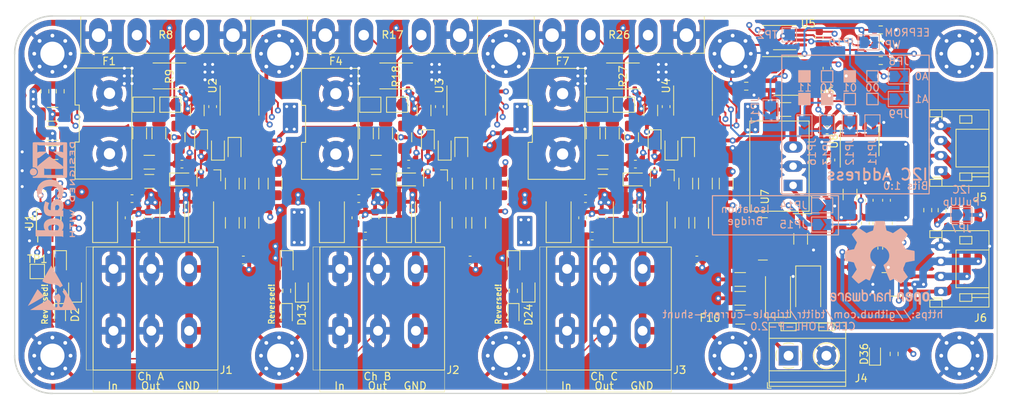
<source format=kicad_pcb>
(kicad_pcb (version 20211014) (generator pcbnew)
  (layers (0 "F.Cu" signal) (1 "In1.Cu" signal) (2 "In2.Cu" signal) (31 "B.Cu" signal) (34 "B.Paste" user) (35 "F.Paste" user) (36 "B.SilkS" user "B.Silkscreen") (37 "F.SilkS" user "F.Silkscreen") (38 "B.Mask" user) (39 "F.Mask" user) (44 "Edge.Cuts" user))
  (net 0 "")
  (net 1 "/shunt-a/IN+")
  (net 2 "GND")
  (net 3 "/shunt-a/IN-")
  (net 4 "+5V")
  (net 5 "/gnd-level/GND-A")
  (net 6 "/shunt-b/IN+")
  (net 7 "/shunt-b/IN-")
  (net 8 "/shunt-c/IN+")
  (net 9 "/shunt-c/IN-")
  (net 10 "/shunt-a/IN+F")
  (net 11 "/shunt-b/IN+F")
  (net 12 "Net-(JP5-Pad2)")
  (net 13 "Net-(JP6-Pad2)")
  (net 14 "/gnd-level/GND-B")
  (net 15 "/gnd-level/GND-C")
  (net 16 "/gnd-level/A0")
  (net 17 "/gnd-level/ALERT")
  (net 18 "/SDA")
  (net 19 "/SCL")
  (net 20 "Net-(C3-Pad1)")
  (net 21 "/shunt-c/IN+F")
  (net 22 "/temperature-sensor-eeprom/A0")
  (net 23 "/i2c-interface/GND_e")
  (net 24 "/temperature-sensor-eeprom/A1")
  (net 25 "/temperature-sensor-eeprom/A2")
  (net 26 "/shunt-a/IN-GND")
  (net 27 "/shunt-b/IN-GND")
  (net 28 "/shunt-c/IN-GND")
  (net 29 "Net-(C5-Pad1)")
  (net 30 "Net-(C41-Pad1)")
  (net 31 "Net-(C41-Pad2)")
  (net 32 "Net-(C44-Pad1)")
  (net 33 "/temperature-sensor-eeprom/ALERT")
  (net 34 "/i2c-interface/Vcc_e")
  (net 35 "/i2c-interface/SDA_e")
  (net 36 "/i2c-interface/SCL_e")
  (net 39 "Net-(D13-Pad1)")
  (net 40 "Net-(D24-Pad1)")
  (net 41 "Net-(C15-Pad1)")
  (net 42 "Net-(C7-Pad2)")
  (net 43 "Net-(C25-Pad1)")
  (net 44 "Net-(C17-Pad2)")
  (net 45 "Net-(C34-Pad1)")
  (net 46 "Net-(C27-Pad2)")
  (net 47 "Net-(C37-Pad1)")
  (net 48 "Net-(C46-Pad1)")
  (net 49 "Net-(D1-Pad2)")
  (net 50 "Net-(D2-Pad1)")
  (net 51 "Net-(D6-Pad1)")
  (net 52 "Net-(D7-Pad1)")
  (net 53 "Net-(D12-Pad2)")
  (net 54 "Net-(D17-Pad1)")
  (net 55 "Net-(D18-Pad1)")
  (net 56 "Net-(D23-Pad2)")
  (net 57 "Net-(D28-Pad1)")
  (net 58 "Net-(D29-Pad1)")
  (net 59 "Net-(D36-Pad1)")
  (net 60 "Net-(F10-Pad1)")
  (net 61 "Net-(JP1-Pad2)")
  (net 62 "Net-(JP2-Pad2)")
  (net 63 "Net-(JP3-Pad2)")
  (net 64 "Net-(JP4-Pad2)")
  (net 65 "Net-(JP7-Pad1)")
  (net 66 "Net-(JP10-Pad1)")
  (footprint "Fuse:Fuse_1206_3216Metric_Pad1.42x1.75mm_HandSolder" (layer "F.Cu") (at 101.628 36.068 90)
    (fp_text reference "F6" hide)
    (fp_text value "1206L016WR")
  )
  (footprint "Fuse:Fuse_1206_3216Metric_Pad1.42x1.75mm_HandSolder" (layer "F.Cu") (at 127.818 41.91)
    (fp_text reference "F8" hide)
    (fp_text value "1206L016WR")
  )
  (footprint "Diode_SMD:D_SMA" (layer "F.Cu") (at 91.976 46.609 90)
    (fp_text reference "D15" hide)
    (fp_text value "P4SMAJ20CA")
  )
  (footprint "Resistor_SMD:R_1206_3216Metric_Pad1.30x1.75mm_HandSolder" (layer "F.Cu") (at 81.4 42.2 -90)
    (fp_text reference "R11" hide)
    (fp_text value "2k")
  )
  (footprint "Diode_SMD:D_SOD-323F" (layer "F.Cu") (at 58 56.4 90)
    (fp_text reference "D3" hide)
    (fp_text value "PMEG4010BEA")
  )
  (footprint "Converter_DCDC:Converter_DCDC_TRACO_TSR-1_THT" (layer "F.Cu") (at 153 42.4375 90)
    (fp_text reference "U7")
    (fp_text value "TSR_1-2450")
  )
  (footprint "Resistor_SMD:R_0603_1608Metric" (layer "F.Cu") (at 86 56.4 -90)
    (fp_text reference "R14" hide)
    (fp_text value "1K")
  )
  (footprint "MountingHole:MountingHole_3.2mm_M3_Pad_Via" (layer "F.Cu") (at 175 65)
    (fp_text reference "H10" hide)
    (fp_text value "MountingHole_Pad")
  )
  (footprint "Capacitor_SMD:C_0603_1608Metric" (layer "F.Cu") (at 96.421 49.149)
    (fp_text reference "C16" hide)
    (fp_text value "10nF")
  )
  (footprint "Package_SO:MSOP-8_3x3mm_P0.65mm" (layer "F.Cu") (at 151.892 22.86)
    (fp_text reference "U5")
    (fp_text value "MCP9804_MSOP")
  )
  (footprint "Resistor_SMD:R_1206_3216Metric_Pad1.30x1.75mm_HandSolder" (layer "F.Cu") (at 114.3 42.2 -90)
    (fp_text reference "R22" hide)
    (fp_text value "1k")
  )
  (footprint "Package_SO:SOIC-8_3.9x4.9mm_P1.27mm" (layer "F.Cu") (at 109.756 31.2 -90)
    (fp_text reference "U3")
    (fp_text value "INA219AxD")
  )
  (footprint "Diode_SMD:D_SOD-323F" (layer "F.Cu") (at 109.1 37.592 -90)
    (fp_text reference "D22" hide)
    (fp_text value "PMEG4010BEA")
  )
  (footprint "Diode_SMD:D_SOD-323F" (layer "F.Cu") (at 139.1 37.592 -90)
    (fp_text reference "D33" hide)
    (fp_text value "PMEG4010BEA")
  )
  (footprint "Diode_SMD:D_SMA" (layer "F.Cu") (at 134.676 46.609 90)
    (fp_text reference "D30" hide)
    (fp_text value "P4SMAJ20CA")
  )
  (footprint "Resistor_SMD:R_1206_3216Metric" (layer "F.Cu") (at 96.548 35.56 -90)
    (fp_text reference "R15" hide)
    (fp_text value "10R")
  )
  (footprint "Capacitor_SMD:C_1206_3216Metric" (layer "F.Cu") (at 55.016 33.02)
    (fp_text reference "C2" hide)
    (fp_text value "10uF")
  )
  (footprint "Diode_SMD:D_SMA" (layer "F.Cu") (at 130.866 46.609 90)
    (fp_text reference "D27" hide)
    (fp_text value "P4SMAJ20CA")
  )
  (footprint "LED_SMD:LED_0603_1608Metric" (layer "F.Cu") (at 163.83 64.77 90)
    (fp_text reference "D36")
    (fp_text value "LED")
  )
  (footprint "LED_SMD:LED_0603_1608Metric" (layer "F.Cu") (at 56 59.575 -90)
    (fp_text reference "D2")
    (fp_text value "LED")
  )
  (footprint "Diode_SMD:D_SOD-323F" (layer "F.Cu") (at 79.1 37.592 -90)
    (fp_text reference "D11" hide)
    (fp_text value "PMEG4010BEA")
  )
  (footprint "Capacitor_SMD:C_1206_3216Metric" (layer "F.Cu") (at 67.818 39.37)
    (fp_text reference "C7" hide)
    (fp_text value "1uF")
  )
  (footprint "MountingHole:MountingHole_3.2mm_M3_Pad_Via" (layer "F.Cu") (at 115 25)
    (fp_text reference "H5" hide)
    (fp_text value "MountingHole_Pad")
  )
  (footprint "Resistor_SMD:R_1206_3216Metric_Pad1.30x1.75mm_HandSolder" (layer "F.Cu") (at 55.016 35.56)
    (fp_text reference "R2" hide)
    (fp_text value "1k")
  )
  (footprint "Diode_SMD:D_SOD-323F" (layer "F.Cu") (at 102.009 41.656)
    (fp_text reference "D17" hide)
    (fp_text value "PMEG4010BEA")
  )
  (footprint "Diode_SMD:D_SMA" (layer "F.Cu") (at 121.976 46.609 90)
    (fp_text reference "D26" hide)
    (fp_text value "P4SMAJ20CA")
  )
  (footprint "Project_Footprints:Wago_2604-1103" (layer "F.Cu") (at 63.085502 53.5)
    (fp_text reference "J1")
    (fp_text value "Screw_Terminal_01x03")
  )
  (footprint "Resistor_SMD:R_1206_3216Metric_Pad1.30x1.75mm_HandSolder" (layer "F.Cu") (at 111.506 42.2 -90)
    (fp_text reference "R21" hide)
    (fp_text value "2k")
  )
  (footprint "Diode_SMD:D_SMA" (layer "F.Cu") (at 74.676 46.609 90)
    (fp_text reference "D8" hide)
    (fp_text value "P4SMAJ20CA")
  )
  (footprint "Inductor_SMD:L_0603_1608Metric" (layer "F.Cu") (at 161.04 47.458 -90)
    (fp_text reference "FB1" hide)
    (fp_text value "FerriteBead")
  )
  (footprint "Diode_SMD:D_SOT-23_ANK" (layer "F.Cu") (at 105.692 41.148 90)
    (fp_text reference "D20" hide)
    (fp_text value "BZX84C 4V7")
  )
  (footprint "Capacitor_SMD:C_0603_1608Metric" (layer "F.Cu") (at 80.264 52.324)
    (fp_text reference "C13" hide)
    (fp_text value "10nF")
  )
  (footprint "Resistor_SMD:R_1206_3216Metric_Pad1.30x1.75mm_HandSolder" (layer "F.Cu") (at 141.4 42.2 -90)
    (fp_text reference "R29" hide)
    (fp_text value "2k")
  )
  (footprint "Diode_SMD:D_SOD-323F" (layer "F.Cu") (at 136.9 37.592 90)
    (fp_text reference "D32" hide)
    (fp_text value "PMEG4010BEA")
  )
  (footprint "Fuse:Fuse_1206_3216Metric_Pad1.42x1.75mm_HandSolder" (layer "F.Cu") (at 146 59.9 180)
    (fp_text reference "F10")
    (fp_text value "1206L016WR")
  )
  (footprint "Jumper:SolderJumper-2_P1.3mm_Open_TrianglePad1.0x1.5mm" (layer "F.Cu") (at 127.056 31.75)
    (fp_text reference "JP5" hide)
    (fp_text value "SolderJumper_2_Open")
  )
  (footprint "Diode_SMD:D_SOD-323F" (layer "F.Cu") (at 134.676 36.576 -90)
    (fp_text reference "D29" hide)
    (fp_text value "PMEG4010BEA")
  )
  (footprint "Capacitor_SMD:C_0603_1608Metric" (layer "F.Cu") (at 54 42.672 180)
    (fp_text reference "C1" hide)
    (fp_text value "100nF")
  )
  (footprint "Resistor_SMD:R_1206_3216Metric_Pad1.30x1.75mm_HandSolder" (layer "F.Cu") (at 55.016 38.1 180)
    (fp_text reference "R3" hide)
    (fp_text value "1k")
  )
  (footprint "Capacitor_SMD:C_0603_1608Metric" (layer "F.Cu") (at 165.358 44.41 90)
    (fp_text reference "C46" hide)
    (fp_text value "33pF")
  )
  (footprint "Capacitor_SMD:C_1206_3216Metric_Pad1.33x1.80mm_HandSolder" (layer "F.Cu") (at 55.016 40.5 180)
    (fp_text reference "C3" hide)
    (fp_text value "330nF")
  )
  (footprint "Capacitor_SMD:C_1206_3216Metric" (layer "F.Cu") (at 146 57.4 180)
    (fp_text reference "C35" hide)
    (fp_text value "4u7")
  )
  (footprint "MountingHole:MountingHole_3.2mm_M3_Pad_Via" (layer "F.Cu") (at 145 25)
    (fp_text reference "H7" hide)
    (fp_text value "MountingHole_Pad")
  )
  (footprint "Resistor_SMD:R_1206_3216Metric" (layer "F.Cu") (at 129.088 35.56 -90)
    (fp_text reference "R25" hide)
    (fp_text value "10R")
  )
  (footprint "Capacitor_SMD:C_0603_1608Metric" (layer "F.Cu") (at 163.072 44.41 90)
    (fp_text reference "C44" hide)
    (fp_text value "33pF")
  )
  (footprint "Capacitor_SMD:C_0603_1608Metric" (layer "F.Cu") (at 65.151 46.736 90)
    (fp_text reference "C4" hide)
    (fp_text value "10nF")
  )
  (footprint "Capacitor_SMD:C_0603_1608Metric" (layer "F.Cu") (at 102.136 39.624)
    (fp_text reference "C19" hide)
    (fp_text value "100nF")
  )
  (footprint "Project_Footprints:R_Dual_2512_1206_Handsolder" (layer "F.Cu") (at 130.485 27.94)
    (fp_text reference "R27")
    (fp_text value "R")
  )
  (footprint "Project_Footprints:iMaXX-H7810" (layer "F.Cu") (at 62.55 34.25)
    (fp_text reference "F1")
    (fp_text value "Fuse")
  )
  (footprint "Diode_SMD:D_SMA" (layer "F.Cu") (at 100.866 46.609 90)
    (fp_text reference "D16" hide)
    (fp_text value "P4SMAJ20CA")
  )
  (footprint "Diode_SMD:D_SOT-23_ANK" (layer "F.Cu") (at 135.692 41.148 90)
    (fp_text reference "D31" hide)
    (fp_text value "BZX84C 4V7")
  )
  (footprint "Capacitor_SMD:C_0603_1608Metric" (layer "F.Cu") (at 110.264 52.324)
    (fp_text reference "C23" hide)
    (fp_text value "10nF")
  )
  (footprint "Diode_SMD:D_SOD-323F" (layer "F.Cu") (at 118 56.4 90)
    (fp_text reference "D25" hide)
    (fp_text value "PMEG4010BEA")
  )
  (footprint "Project_Footprints:R_Dual_2512_1206_Handsolder" (layer "F.Cu") (at 70.485 27.94)
    (fp_text reference "R9")
    (fp_text value "R")
  )
  (footprint "Resistor_SMD:R_1206_3216Metric_Pad1.30x1.75mm_HandSolder" (layer "F.Cu") (at 144.145 42.2 -90)
    (fp_text reference "R31" hide)
    (fp_text value "1k")
  )
  (footprint "Project_Footprints:Wago_2604-1103" (layer "F.Cu") (at 93.085502 53.5)
    (fp_text reference "J2")
    (fp_text value "Screw_Terminal_01x03")
  )
  (footprint "Diode_SMD:D_SOD-323F" (layer "F.Cu") (at 106.9 37.592 90)
    (fp_text reference "D21" hide)
    (fp_text value "PMEG4010BEA")
  )
  (footprint "Capacitor_SMD:C_1206_3216Metric_Pad1.33x1.80mm_HandSolder" (layer "F.Cu") (at 138.3 47.4 -90)
    (fp_text reference "C32" hide)
    (fp_text value "330nF")
  )
  (footprint "Capacitor_SMD:C_1206_3216Metric" (layer "F.Cu") (at 127.818 39.37)
    (fp_text reference "C27" hide)
    (fp_text value "1uF")
  )
  (footprint "Resistor_SMD:R_0603_1608Metric" (layer "F.Cu") (at 116 56.4 -90)
    (fp_text reference "R23" hide)
    (fp_text value "1K")
  )
  (footprint "Capacitor_SMD:C_1206_3216Metric" (layer "F.Cu") (at 97.818 39.37)
    (fp_text reference "C17" hide)
    (fp_text value "1uF")
  )
  (footprint "MountingHole:MountingHole_3.2mm_M3_Pad_Via" (layer "F.Cu") (at 115 65)
    (fp_text reference "H6" hide)
    (fp_text value "MountingHole_Pad")
  )
  (footprint "Capacitor_SMD:C_0603_1608Metric" (layer "F.Cu") (at 156.464 22.86 -90)
    (fp_text reference "C38" hide)
    (fp_text value "100nF")
  )
  (footprint "Project_Footprints:R_Dual_2512_1206_Handsolder" (layer "F.Cu") (at 100.485 27.94)
    (fp_text reference "R18")
    (fp_text value "R")
  )
  (footprint "Resistor_SMD:R_1206_3216Metric_Pad1.30x1.75mm_HandSolder" (layer "F.Cu") (at 111.4 47.4 -90)
    (fp_text reference "R20" hide)
    (fp_text value "DNP")
  )
  (footprint "Project_Footprints:R_Shunt_Isabellenhuette_PBV" (layer "F.Cu") (at 130 19.98)
    (fp_text reference "R26")
    (fp_text value "R_Shunt")
  )
  (footprint "Project_Footprints:R_Shunt_Isabellenhuette_PBV" (layer "F.Cu") (at 70 19.98)
    (fp_text reference "R8")
    (fp_text value "R_Shunt")
  )
  (footprint "Diode_SMD:D_SOD-323F" (layer "F.Cu") (at 76.9 37.592 90)
    (fp_text reference "D10" hide)
    (fp_text value "PMEG4010BEA")
  )
  (footprint "Capacitor_SMD:C_1206_3216Metric" (layer "F.Cu") (at 146 54.9 180)
    (fp_text reference "C34" hide)
    (fp_text value "4u7")
  )
  (footprint "MountingHole:MountingHole_3.2mm_M3_Pad_Via" (layer "F.Cu") (at 85 25)
    (fp_text reference "H3" hide)
    (fp_text value "MountingHole_Pad")
  )
  (footprint "Diode_SMD:D_SOD-323F" (layer "F.Cu") (at 86 52.59 -90)
    (fp_text reference "D12" hide)
    (fp_text value "PMEG4010BEA")
  )
  (footprint "Diode_SMD:D_SOD-323F" (layer "F.Cu") (at 104.676 36.576 -90)
    (fp_text reference "D18" hide)
    (fp_text value "PMEG4010BEA")
  )
  (footprint "Capacitor_SMD:C_0603_1608Metric" (layer "F.Cu") (at 125.151 46.736 90)
    (fp_text reference "C24" hide)
    (fp_text value "10nF")
  )
  (footprint "Jumper:SolderJumper-2_P1.3mm_Open_TrianglePad1.0x1.5mm" (layer "F.Cu") (at 130.612 31.75 180)
    (fp_text reference "JP6" hide)
    (fp_text value "SolderJumper_2_Open")
  )
  (footprint "Capacitor_SMD:C_0603_1608Metric" (layer "F.Cu") (at 158 39.076 90)
    (fp_text reference "C41" hide)
    (fp_text value "100nF")
  )
  (footprint "Capacitor_SMD:C_0603_1608Metric" (layer "F.Cu") (at 132.136 39.624)
    (fp_text reference "C29" hide)
    (fp_text value "100nF")
  )
  (footprint "Capacitor_SMD:C_1206_3216Metric" (layer "F.Cu") (at 154 49.53 -90)
    (fp_text reference "C37" hide)
    (fp_text value "4u7")
  )
  (footprint "Capacitor_SMD:C_1206_3216Metric_Pad1.33x1.80mm_HandSolder" (layer "F.Cu") (at 108.8 47.4 -90)
    (fp_text reference "C22" hide)
    (fp_text value "330nF")
  )
  (footprint "Package_SO:SOIC-8_3.9x4.9mm_P1.27mm" (layer "F.Cu") (at 79.756 31.2 -90)
    (fp_text reference "U2")
    (fp_text value "INA219AxD")
  )
  (footprint "LED_SMD:LED_0603_1608Metric" (layer "F.Cu") (at 86 59.575 -90)
    (fp_text reference "D13")
    (fp_text value "LED")
  )
  (footprint "Capacitor_SMD:C_1206_3216Metric" (layer "F.Cu") (at 152 32.385 180)
    (fp_text reference "C36" hide)
    (fp_text value "4u7")
  )
  (footprint "Package_SO:SOIC-8_3.9x4.9mm_P1.27mm" (layer "F.Cu") (at 139.756 31.2 -90)
    (fp_text reference "U4")
    (fp_text value "INA219AxD")
  )
  (footprint "Capacitor_SMD:C_0603_1608Metric" (layer "F.Cu") (at 165.358 50.76 -90)
    (fp_text reference "C47" hide)
    (fp_text value "33pF")
  )
  (footprint "Diode_SMD:D_SOD-323F" (layer "F.Cu") (at 56 52.59 -90)
    (fp_text reference "D1" hide)
    (fp_text value "PMEG4010BEA")
  )
  (footprint "Project_Footprints:iMaXX-H7810" (layer "F.Cu") (at 122.5 34.29)
    (fp_text reference "F7")
    (fp_text value "Fuse")
  )
  (footprint "Diode_SMD:D_SOD-323F" (layer "F.Cu") (at 116 52.59 -90)
    (fp_text reference "D23" hide)
    (fp_text value "PMEG4010BEA")
  )
  (footprint "Resistor_SMD:R_0603_1608Metric" (layer "F.Cu") (at 164.592 25.908)
    (fp_text reference "R35" hide)
    (fp_text value "10K")
  )
  (footprint "Resistor_SMD:R_0603_1608Metric" (layer "F.Cu") (at 166.37 64.77 -90)
    (fp_text reference "R36" hide)
    (fp_text value "1K5")
  )
  (footprint "Package_SO:SOIC-8_3.9x4.9mm_P1.27mm" (layer "F.Cu") (at 161.8 36.576 90)
    (fp_text reference "U8")
    (fp_text value "ISO1541")
  )
  (footprint "Capacitor_SMD:C_0603_1608Metric" (layer "F.Cu") (at 97.691 46.736 90)
    (fp_text reference "C18" hide)
    (fp_text value "10nF")
  )
  (footprint "MountingHole:MountingHole_3.2mm_M3_Pad_Via" (layer "F.Cu") (at 175 25)
    (fp_text reference "H9" hide)
    (fp_text value "MountingHole_Pad")
  )
  (footprint "Inductor_SMD:L_TracoPower_TCK-047_5.2x5.8mm" (layer "F.Cu") (at 149 49.53)
    (fp_text reference "L1" hide)
    (fp_text value "TCK-047")
  )
  (footprint "Resistor_SMD:R_0603_1608Metric" (layer "F.Cu") (at 170.815 45.72 90)
    (fp_text reference "R37" hide)
    (fp_text value "1K")
  )
  (footprint "Capacitor_SMD:C_1206_3216Metric_Pad1.33x1.80mm_HandSolder" (layer "F.Cu") (at 78.8 47.4 -90)
    (fp_text reference "C12" hide)
    (fp_text value "330nF")
  )
  (footprint "Inductor_SMD:L_0603_1608Metric" (layer "F.Cu") (at 165.612 47.458 -90)
    (fp_text reference "FB4" hide)
    (fp_text value "FerriteBead")
  )
  (footprint "Jumper:SolderJumper-2_P1.3mm_Open_TrianglePad1.0x1.5mm" (layer "F.Cu") (at 97.056 31.75)
    (fp_text reference "JP3" hide)
    (fp_text value "SolderJumper_2_Open")
  )
  (footprint "Resistor_SMD:R_1206_3216Metric_Pad1.30x1.75mm_HandSolder" (layer "F.Cu") (at 78.8 42.2 -90)
    (fp_text reference "R10" hide)
    (fp_text value "2k")
  )
  (footprint "Diode_SMD:D_SMA" (layer "F.Cu") (at 151 56.515 90)
    (fp_text reference "D34" hide)
    (fp_text value "M7")
  )
  (footprint "Package_SO:TSSOP-10_3x3mm_P0.5mm" (layer "F.Cu") (at 54.508 47.244 90)
    (fp_text reference "U1")
    (fp_text value "ADS1015IDGS")
  )
  (footprint "LED_SMD:LED_0603_1608Metric" (layer "F.Cu") (at 116 59.575 -90)
    (fp_text reference "D24")
    (fp_text value "LED")
  )
  (footprint "Capacitor_SMD:C_0603_1608Metric" (layer "F.Cu") (at 67.691 46.736 90)
    (fp_text reference "C8" hide)
    (fp_text value "10nF")
  )
  (footprint "Inductor_SMD:L_0603_1608Metric" (layer "F.Cu") (at 164.088 47.458 -90)
    (fp_text reference "FB3" hide)
    (fp_text value "FerriteBead")
  )
  (footprint "Resistor_SMD:R_1206_3216Metric" (layer "F.Cu") (at 126.548 35.56 -90)
    (fp_text reference "R24" hide)
    (fp_text value "10R")
  )
  (footprint "Diode_SMD:D_SOD-323F" (layer "F.Cu") (at 74.676 36.576 -90)
    (fp_text reference "D7" hide)
    (fp_text value "PMEG4010BEA")
  )
  (footprint "Capacitor_SMD:C_0603_1608Metric" (layer "F.Cu") (at 106.2 32.004 90)
    (fp_text reference "C21" hide)
    (fp_text value "100nF")
  )
  (footprint "Resistor_SMD:R_0603_1608Metric" (layer "F.Cu") (at 164.592 23.876)
    (fp_text reference "R34" hide)
    (fp_text value "10K")
  )
  (footprint "Fuse:Fuse_1206_3216Metric_Pad1.42x1.75mm_HandSolder" (layer "F.Cu") (at 97.818 41.91)
    (fp_text reference "F5" hide)
    (fp_text value "1206L016WR")
  )
  (footprint "Resistor_SMD:R_0603_1608Metric" (layer "F.Cu") (at 146.8 29.3 180)
    (fp_text reference "R32" hide)
    (fp_text value "10K")
  )
  (footprint "Capacitor_SMD:C_1206_3216Metric" (layer "F.Cu") (at 161.04 51.776 -90)
    (fp_text reference "C43" hide)
    (fp_text value "10uF")
  )
  (footprint "TerminalBlock_MetzConnect:TerminalBlock_MetzConnect_Type094_RT03502HBLU_1x02_P5.00mm_Horizontal" (layer "F.Cu") (at 152.4 65)
    (fp_text reference "J4")
    (fp_text value "Conn_01x02")
  )
  (footprint "Connector_JST:JST_PH_S4B-PH-K_1x04_P2.00mm_Horizontal" (layer "F.Cu") (at 172.55 40.5 90)
    (fp_text reference "J5")
    (fp_text value "Conn_01x04")
  )
  (footprint "Project_Footprints:Wago_2604-1103" (layer "F.Cu") (at 123.085502 53.5)
    (fp_text reference "J3")
    (fp_text value "Screw_Terminal_01x03")
  )
  (footprint "Diode_SMD:D_SOD-323F" (layer "F.Cu") (at 72.009 41.656)
    (fp_text reference "D6" hide)
    (fp_text value "PMEG4010BEA")
  )
  (footprint "Diode_SMD:D_SMA" (layer "F.Cu") (at 104.676 46.609 90)
    (fp_text reference "D19" hide)
    (fp_text value "P4SMAJ20CA")
  )
  (footprint "Resistor_SMD:R_0603_1608Metric" (layer "F.Cu") (at 164.592 21.844)
    (fp_text reference "R33" hide)
    (fp_text value "10K")
  )
  (footprint "Capacitor_SMD:C_0603_1608Metric" (layer "F.Cu") (at 157.48 26.924 -90)
    (fp_text reference "C39" hide)
    (fp_text value "100nF")
  )
  (footprint "Fuse:Fuse_1206_3216Metric_Pad1.42x1.75mm_HandSolder" (layer "F.Cu") (at 131.628 36.068 90)
    (fp_text reference "F9" hide)
    (fp_text value "1206L016WR")
  )
  (footprint "Resistor_SMD:R_1206_3216Metric" (layer "F.Cu") (at 69.088 35.56 -90)
    (fp_text reference "R7" hide)
    (fp_text value "10R")
  )
  (footprint "Capacitor_SMD:C_0603_1608Metric" (layer "F.Cu") (at 125.532 44.196 180)
    (fp_text reference "C25" hide)
    (fp_text value "100nF")
  )
  (footprint "Diode_SMD:D_SMA" (layer "F.Cu") (at 61.976 46.609 90)
    (fp_text reference "D4" hide)
    (fp_text value "P4SMAJ20CA")
  )
  (footprint "Diode_SMD:D_SOD-323F" (layer "F.Cu") (at 88 56.4 90)
    (fp_text reference "D14" hide)
    (fp_text value "PMEG4010BEA")
  )
  (footprint "Capacitor_SMD:C_1206_3216Metric" (layer "F.Cu") (at 104.168 32.512 90)
    (fp_text reference "C20" hide)
    (fp_text value "10uF")
  )
  (footprint "Package_TO_SOT_SMD:SOT-23-6" (layer "F.Cu") (at 166.55 55.55)
    (fp_text reference "U9")
    (fp_text value "SRV05-4")
  )
  (footprint "Connector_JST:JST_PH_S4B-PH-K_1x04_P2.00mm_Horizontal" (layer "F.Cu") (at 172.55 56.5 90)
    (fp_text reference "J6")
    (fp_text value "Conn_01x04")
  )
  (footprint "Resistor_SMD:R_0603_1608Metric" (layer "F.Cu") (at 56 56.4 -90)
    (fp_text reference "R5" hide)
    (fp_text value "1K")
  )
  (footprint "Resistor_SMD:R_0603_1608Metric" (layer "F.Cu") (at 172.72 45.72 90)
    (fp_text reference "R38" hide)
    (fp_text value "1K")
  )
  (footprint "Resistor_SMD:R_1206_3216Metric_Pad1.30x1.75mm_HandSolder" (layer "F.Cu") (at 138.8 42.2 -90)
    (fp_text reference "R28" hide)
    (fp_text value "2k")
  )
  (footprint "Capacitor_SMD:C_0603_1608Metric" (layer "F.Cu") (at 76.2 32.004 90)
    (fp_text reference "C11" hide)
    (fp_text value "100nF")
  )
  (footprint "Project_Footprints:iMaXX-H7810" (layer "F.Cu") (at 92.5 34.29)
    (fp_text reference "F4")
    (fp_text value "Fuse")
  )
  (footprint "Jumper:SolderJumper-2_P1.3mm_Open_TrianglePad1.0x1.5mm" (layer "F.Cu") (at 67.056 31.75)
    (fp_text reference "JP1" hide)
    (fp_text value "SolderJumper_2_Open")
  )
  (footprint "Diode_SMD:D_SMA" (layer "F.Cu") (at 70.866 46.609 90)
    (fp_text reference "D5" hide)
    (fp_text value "P4SMAJ20CA")
  )
  (footprint "Capacitor_SMD:C_1206_3216Metric" (layer "F.Cu") (at 160.532 43.648 -90)
    (fp_text reference "C42" hide)
    (fp_text value "10uF")
  )
  (footprint "Resistor_SMD:R_1206_3216Metric" (layer "F.Cu") (at 66.548 35.56 -90)
    (fp_text reference "R6" hide)
    (fp_text value "10R")
  )
  (footprint "Capacitor_SMD:C_0603_1608Metric" (layer "F.Cu") (at 126.421 49.149)
    (fp_text reference "C26" hide)
    (fp_text value "10nF")
  )
  (footprint "Capacitor_SMD:C_0603_1608Metric" (layer "F.Cu") (at 72.136 39.624)
    (fp_text reference "C9" hide)
    (fp_text value "100nF")
  )
  (footprint "Resistor_SMD:R_1206_3216Metric_Pad1.30x1.75mm_HandSolder" (layer "F.Cu") (at 81.4 47.4 -90)
    (fp_text reference "R12" hide)
    (fp_text value "DNP")
  )
  (footprint "Diode_SMD:D_SMA" (layer "F.Cu") (at 155 56.515 -90)
    (fp_text reference "D35" hide)
    (fp_text value "P4SMAJ20CA")
  )
  (footprint "Capacitor_SMD:C_0603_1608Metric" (layer "F.Cu") (at 65.532 44.196 180)
    (fp_text reference "C5" hide)
    (fp_text value "100nF")
  )
  (footprint "Jumper:SolderJumper-2_P1.3mm_Open_TrianglePad1.0x1.5mm" (layer "F.Cu") (at 70.612 31.75 180)
    (fp_text reference "JP2" hide)
    (fp_text value "SolderJumper_2_Open")
  )
  (footprint "Diode_SMD:D_SOT-23_ANK" (layer "F.Cu") (at 75.692 41.148 90)
    (fp_text reference "D9" hide)
    (fp_text value "BZX84C 4V7")
  )
  (footprint "Capacitor_SMD:C_0603_1608Metric" (layer "F.Cu") (at 95.151 46.736 90)
    (fp_text reference "C14" hide)
    (fp_text value "10nF")
  )
  (footprint "Capacitor_SMD:C_1206_3216Metric" (layer "F.Cu") (at 134.168 32.512 90)
    (fp_text reference "C30" hide)
    (fp_text value "10uF")
  )
  (footprint "MountingHole:MountingHole_3.2mm_M3_Pad_Via" (layer "F.Cu") (at 55 65)
    (fp_text reference "H2" hide)
    (fp_text value "MountingHole_Pad")
  )
  (footprint "Package_SO:SOIC-8_3.9x4.9mm_P1.27mm" (layer "F.Cu") (at 152.4 27.94)
    (fp_text reference "U6")
    (fp_text value "M24C02-WMN")
  )
  (footprint "Capacitor_SMD:C_1206_3216Metric" (layer "F.Cu") (at 74.168 32.512 90)
    (fp_text reference "C10" hide)
    (fp_text value "10uF")
  )
  (footprint "Capacitor_SMD:C_0603_1608Metric" (layer "F.Cu") (at 136.2 32.004 90)
    (fp_text reference "C31" hide)
    (fp_text value "100nF")
  )
  (footprint "MountingHole:MountingHole_3.2mm_M3_Pad_Via" (layer "F.Cu") (at 145 65)
    (fp_text reference "H8" hide)
    (fp_text value "MountingHole_Pad")
  )
  (footprint "Resistor_SMD:R_0603_1608Metric" (layer "F.Cu") (at 54 29.972 -90)
    (fp_text reference "R1" hide)
    (fp_text value "1K")
  )
  (footprint "Capacitor_SMD:C_0603_1608Metric" (layer "F.Cu") (at 157.5 35.1 180)
    (fp_text reference "C40" hide)
    (fp_text value "100nF")
  )
  (footprint "Capacitor_SMD:C_0603_1608Metric" (layer "F.Cu") (at 66.421 49.149)
    (fp_text reference "C6" hide)
    (fp_text value "10nF")
  )
  (footprint "Resistor_SMD:R_1206_3216Metric_Pad1.30x1.75mm_HandSolder" (layer "F.Cu") (at 140.9 47.4 -90)
    (fp_text reference "R30" hide)
    (fp_text value "DNP")
  )
  (footprint "Fuse:Fuse_1206_3216Metric_Pad1.42x1.75mm_HandSolder" (layer "F.Cu") (at 71.628 36.068 90)
    (fp_text reference "F3" hide)
    (fp_text value "1206L016WR")
  )
  (footprint "Capacitor_SMD:C_0603_1608Metric" (layer "F.Cu") (at 127.691 46.736 90)
    (fp_text reference "C28" hide)
    (fp_text value "10nF")
  )
  (footprint "Capacitor_SMD:C_0603_1608Metric" (layer "F.Cu") (at 140.264 52.324)
    (fp_text reference "C33" hide)
    (fp_text value "10nF")
  )
  (footprint "MountingHole:MountingHole_3.2mm_M3_Pad_Via" (layer "F.Cu") (at 55 25)
    (fp_text reference "H1" hide)
    (fp_text value "MountingHole_Pad")
  )
  (footprint "TestPoint:TestPoint_Pad_1.5x1.5mm" (layer "F.Cu") (at 53 53.848)
    (fp_text reference "TP1")
    (fp_text value "TestPoint")
  )
  (footprint "Resistor_SMD:R_1206_3216Metric_Pad1.30x1.75mm_HandSolder" (layer "F.Cu") (at 108.8 42.2 -90)
    (fp_text reference "R19" hide)
    (fp_text value "2k")
  )
  (footprint "Resistor_SMD:R_0603_1608Metric" (layer "F.Cu") (at 56.032 29.972 -90)
    (fp_text reference "R4" hide)
    (fp_text value "1K")
  )
  (footprint "Capacitor_SMD:C_0603_1608Metric" (layer "F.Cu") (at 95.532 44.196 180)
    (fp_text reference "C15" hide)
    (fp_text value "100nF")
  )
  (footprint "Resistor_SMD:R_1206_3216Metric_Pad1.30x1.75mm_HandSolder" (layer "F.Cu") (at 84.455 42.2 -90)
    (fp_text reference "R13" hide)
    (fp_text value "1k")
  )
  (footprint "Jumper:SolderJumper-2_P1.3mm_Open_TrianglePad1.0x1.5mm" (layer "F.Cu") (at 100.612 31.75 180)
    (fp_text reference "JP4" hide)
    (fp_text value "SolderJumper_2_Open")
  )
  (footprint "Capacitor_SMD:C_0603_1608Metric" (layer "F.Cu") (at 163.707 50.76 -90)
    (fp_text reference "C45" hide)
    (fp_text value "33pF")
  )
  (footprint "Inductor_SMD:L_0603_1608Metric" (layer "F.Cu") (at 162.564 47.458 -90)
    (fp_text reference "FB2" hide)
    (fp_text value "FerriteBead")
  )
  (footprint "MountingHole:MountingHole_3.2mm_M3_Pad_Via" (layer "F.Cu") (at 85 65)
    (fp_text reference "H4" hide)
    (fp_text value "MountingHole_Pad")
  )
  (footprint "Fuse:Fuse_1206_3216Metric_Pad1.42x1.75mm_HandSolder" (layer "F.Cu") (at 67.818 41.91)
    (fp_text reference "F2" hide)
    (fp_text value "1206L016WR")
  )
  (footprint "Project_Footprints:R_Shunt_Isabellenhuette_PBV" (layer "F.Cu") (at 100 19.98)
    (fp_text reference "R17")
    (fp_text value "R_Shunt")
  )
  (footprint "Diode_SMD:D_SOD-323F" (layer "F.Cu") (at 132.009 41.656)
    (fp_text reference "D28" hide)
    (fp_text value "PMEG4010BEA")
  )
  (footprint "Resistor_SMD:R_1206_3216Metric" (layer "F.Cu") (at 99.088 35.56 -90)
    (fp_text reference "R16" hide)
    (fp_text value "10R")
  )
  (footprint "TestPoint:TestPoint_Pad_1.5x1.5mm" (layer "B.Cu") (at 152.5 22.5 180)
    (fp_text reference "TP2")
    (fp_text value "TestPoint")
  )
  (footprint "Jumper:SolderJumper-2_P1.3mm_Open_TrianglePad1.0x1.5mm" (layer "B.Cu") (at 160.5 34.5 -90)
    (fp_text reference "JP12")
    (fp_text value "SolderJumper_2_Open")
  )
  (footprint "Symbol:OSHW-Logo2_14.6x12mm_SilkScreen" (layer "B.Cu") (at 164.465 52.705 180)
    (fp_text reference "LOGO1" hide)
    (fp_text value "Logo_Open_Hardware_Small" hide)
  )
  (footprint "Jumper:SolderJumper-2_P1.3mm_Open_TrianglePad1.0x1.5mm" (layer "B.Cu") (at 167 28)
    (fp_text reference "JP8")
    (fp_text value "SolderJumper_2_Open")
  )
  (footprint "Jumper:SolderJumper-2_P1.3mm_Open_TrianglePad1.0x1.5mm" (layer "B.Cu") (at 150 32.5 -90)
    (fp_text reference "JP17")
    (fp_text value "SolderJumper_2_Open")
  )
  (footprint "Jumper:SolderJumper-2_P1.3mm_Open_TrianglePad1.0x1.5mm" (layer "B.Cu") (at 156.845 47.625)
    (fp_text reference "JP15")
    (fp_text value "SolderJumper_2_Open")
  )
  (footprint "Jumper:SolderJumper-2_P1.3mm_Open_TrianglePad1.0x1.5mm" (layer "B.Cu") (at 163 23.5)
    (fp_text reference "JP10")
    (fp_text value "SolderJumper_2_Open")
  )
  (footprint "Symbol:KiCad-Logo2_5mm_SilkScreen" (layer "B.Cu") (at 55 43 -90)
    (fp_text reference "LOGO2" hide)
    (fp_text value "SYM_Arrow45_XLarge" hide)
  )
  (footprint "Jumper:SolderJumper-2_P1.3mm_Open_TrianglePad1.0x1.5mm" (layer "B.Cu") (at 167 31)
    (fp_text reference "JP9")
    (fp_text value "SolderJumper_2_Open")
  )
  (footprint "Jumper:SolderJumper-2_P1.3mm_Open_TrianglePad1.0x1.5mm" (layer "B.Cu") (at 157.5 34.5 -90)
    (fp_text reference "JP13")
    (fp_text value "SolderJumper_2_Open")
  )
  (footprint "Symbol:ESD-Logo_6.6x6mm_SilkScreen" (layer "B.Cu") (at 55 56 180)
    (fp_text reference "LOGO3" hide)
    (fp_text value "SYM_ESD_Small" hide)
  )
  (footprint "Jumper:SolderJumper-2_P1.3mm_Open_TrianglePad1.0x1.5mm" (layer "B.Cu") (at 163.5 34.5 -90)
    (fp_text reference "JP11")
    (fp_text value "SolderJumper_2_Open")
  )
  (footprint "Jumper:SolderJumper-2_P1.3mm_Open_TrianglePad1.0x1.5mm" (layer "B.Cu") (at 154.5 34.5 -90)
    (fp_text reference "JP16")
    (fp_text value "SolderJumper_2_Open")
  )
  (footprint "Jumper:SolderJumper-2_P1.3mm_Open_TrianglePad1.0x1.5mm" (layer "B.Cu") (at 175.26 46.355)
    (fp_text reference "JP7")
    (fp_text value "SolderJumper_2_Open")
  )
  (footprint "Jumper:SolderJumper-2_P1.3mm_Open_TrianglePad1.0x1.5mm" (layer "B.Cu") (at 156.845 45.085)
    (fp_text reference "JP14")
    (fp_text value "SolderJumper_2_Open")
  )
  (gr_rect (start 158.25 28.75) (end 156.75 27.25) (layer "B.SilkS") (width 0.15) (fill none))
  (gr_rect (start 159 49) (end 142.33 43.81) (layer "B.SilkS") (width 0.15) (fill none))
  (gr_rect (start 155.25 28.75) (end 153.75 27.25) (layer "B.SilkS") (width 0.15) (fill solid))
  (gr_rect (start 161.25 28.75) (end 159.75 27.25) (layer "B.SilkS") (width 0.15) (fill solid))
  (gr_rect (start 155.25 31.75) (end 153.75 30.25) (layer "B.SilkS") (width 0.15) (fill solid))
  (gr_rect (start 164.25 31.75) (end 162.75 30.25) (layer "B.SilkS") (width 0.15) (fill none))
  (gr_rect (start 158.25 31.75) (end 156.75 30.25) (layer "B.SilkS") (width 0.15) (fill solid))
  (gr_rect (start 164.25 28.75) (end 162.75 27.25) (layer "B.SilkS") (width 0.15) (fill none))
  (gr_rect (start 171 25.196) (end 151.5 43.561) (layer "B.SilkS") (width 0.15) (fill none))
  (gr_rect (start 161.25 31.75) (end 159.75 30.25) (layer "B.SilkS") (width 0.15) (fill none))
  (gr_arc (start 180 65) (mid 178.535534 68.535534) (end 175 70) (layer "Edge.Cuts") (width 0.2))
  (gr_arc (start 55 70) (mid 51.464466 68.535534) (end 50 65) (layer "Edge.Cuts") (width 0.2))
  (gr_line (start 55 20) (end 175 20) (layer "Edge.Cuts") (width 0.15))
  (gr_arc (start 175 20) (mid 178.535534 21.464466) (end 180 25) (layer "Edge.Cuts") (width 0.2))
  (gr_line (start 50 65) (end 50 25) (layer "Edge.Cuts") (width 0.15))
  (gr_arc (start 50 25) (mid 51.464466 21.464466) (end 55 20) (layer "Edge.Cuts") (width 0.2))
  (gr_line (start 180 25) (end 180 65) (layer "Edge.Cuts") (width 0.15))
  (gr_line (start 175 70) (end 55 70) (layer "Edge.Cuts") (width 0.15))
  (gr_text "10" (at 157.5 29.5) (layer "B.SilkS") (effects (font (size 1 1)) (justify mirror)))
  (gr_text "A0" (at 170 28) (layer "B.SilkS") (effects (font (size 1 1)) (justify mirror)))
  (gr_text "Isolation\nBridge" (at 146.67 46.37) (layer "B.SilkS") (effects (font (size 1 1)) (justify mirror)))
  (gr_text "I2C Address" (at 171 41) (layer "B.SilkS") (effects (font (size 1.5 1.5) (thickness 0.25)) (justify left mirror)))
  (gr_text "EEPROM\nWP" (at 165 23) (layer "B.SilkS") (effects (font (size 1 1)) (justify right mirror)))
  (gr_text "11" (at 154.5 29.5) (layer "B.SilkS") (effects (font (size 1 1)) (justify mirror)))
  (gr_text "https://github.com/tdittr/tripple-current-shunt\nCERN-OHL-P-2.0" (at 154.305 60.325) (layer "B.SilkS") (effects (font (size 1 1)) (justify mirror)))
  (gr_text "I2C\nPullUp" (at 175.26 43.815) (layer "B.SilkS") (effects (font (size 1 1)) (justify mirror)))
  (gr_text "01" (at 160.5 29.5) (layer "B.SilkS") (effects (font (size 1 1)) (justify mirror)))
  (gr_text "00" (at 163.5 29.5) (layer "B.SilkS") (effects (font (size 1 1)) (justify mirror)))
  (gr_text "A1" (at 170 31) (layer "B.SilkS") (effects (font (size 1 1)) (justify mirror)))
  (gr_text "Bits 1:0" (at 171 42.5) (layer "B.SilkS") (effects (font (size 1 1)) (justify left mirror)))
  (gr_text "In" (at 63 69) (layer "F.SilkS") (effects (font (size 1 1))))
  (gr_text "Reversed!" (at 54 55.4 90) (layer "F.SilkS") (effects (font (size 0.75 0.75)) (justify right)))
  (gr_text "Ch B" (at 98 67.75) (layer "F.SilkS") (effects (font (size 1 1))))
  (gr_text "In" (at 93 69) (layer "F.SilkS") (effects (font (size 1 1))))
  (gr_text "Ch C" (at 128 67.75) (layer "F.SilkS") (effects (font (size 1 1))))
  (gr_text "Reversed!" (at 84 55.4 90) (layer "F.SilkS") (effects (font (size 0.75 0.75)) (justify right)))
  (gr_text "Out" (at 128 69) (layer "F.SilkS") (effects (font (size 1 1))))
  (gr_text "GND" (at 133 69) (layer "F.SilkS") (effects (font (size 1 1))))
  (gr_text "In" (at 123 69) (layer "F.SilkS") (effects (font (size 1 1))))
  (gr_text "Ch A" (at 68 67.75) (layer "F.SilkS") (effects (font (size 1 1))))
  (gr_text "Reversed!" (at 114 55.4 90) (layer "F.SilkS") (effects (font (size 0.75 0.75)) (justify right)))
  (gr_text "Out" (at 98 69) (layer "F.SilkS") (effects (font (size 1 1))))
  (gr_text "GND" (at 103 69) (layer "F.SilkS") (effects (font (size 1 1))))
  (gr_text "GND" (at 73 69) (layer "F.SilkS") (effects (font (size 1 1))))
  (gr_text "Out" (at 68 69) (layer "F.SilkS") (effects (font (size 1 1))))
  (segment (start 56 51.49) (end 56.055 51.435) (width 0.2) (layer "F.Cu") (net 1))
  (segment (start 56.055 51.435) (end 60.96 51.435) (width 0.2) (layer "F.Cu") (net 1))
  (segment (start 61.976 50.419) (end 61.976 48.609) (width 0.2) (layer "F.Cu") (net 1))
  (segment (start 60.96 51.435) (end 61.976 50.419) (width 0.2) (layer "F.Cu") (net 1))
  (segment (start 109.121 32.321) (end 109.121 32.955) (width 0.5) (layer "F.Cu") (net 2))
  (segment (start 157.48 27.699) (end 157.239 27.94) (width 0.25) (layer "F.Cu") (net 2))
  (segment (start 134.676 38.608) (end 134.676 37.676) (width 0.5) (layer "F.Cu") (net 2))
  (segment (start 132.9225 32.2825) (end 134.168 31.037) (width 0.5) (layer "F.Cu") (net 2))
  (segment (start 73.152 39.383) (end 72.911 39.624) (width 0.5) (layer "F.Cu") (net 2))
  (segment (start 73.152 38.1) (end 73.152 39.383) (width 0.5) (layer "F.Cu") (net 2))
  (segment (start 153.553701 27.94) (end 152.908 28.585701) (width 0.25) (layer "F.Cu") (net 2))
  (segment (start 149.86 29.91) (end 149.925 29.845) (width 0.25) (layer "F.Cu") (net 2))
  (segment (start 71.12 36.068) (end 72.040493 36.068) (width 0.25) (layer "F.Cu") (net 2))
  (segment (start 136.7 36.492) (end 137.708 37.5) (width 0.5) (layer "F.Cu") (net 2))
  (segment (start 76.2 31.229) (end 76.28152 31.14748) (width 0.25) (layer "F.Cu") (net 2))
  (segment (start 134.36 31.229) (end 134.168 31.037) (width 0.25) (layer "F.Cu") (net 2))
  (segment (start 139.121 32.421) (end 139.121 32.955) (width 0.5) (layer "F.Cu") (net 2))
  (segment (start 159.779 27.699) (end 160.02 27.94) (width 0.25) (layer "F.Cu") (net 2))
  (segment (start 104.36 31.229) (end 104.168 31.037) (width 0.25) (layer "F.Cu") (net 2))
  (segment (start 83 28.8) (end 81.736 28.8) (width 0.5) (layer "F.Cu") (net 2))
  (segment (start 106.2 31.229) (end 104.36 31.229) (width 1) (layer "F.Cu") (net 2))
  (segment (start 74.676 38.608) (end 74.676 37.676) (width 0.5) (layer "F.Cu") (net 2))
  (segment (start 104.742 40.706) (end 104.676 40.64) (width 0.25) (layer "F.Cu") (net 2))
  (segment (start 73.152 37.179507) (end 73.152 38.1) (width 0.25) (layer "F.Cu") (net 2))
  (segment (start 76.9 36.492) (end 78.008 37.6) (width 0.5) (layer "F.Cu") (net 2))
  (segment (start 149.7795 23.835) (end 149.7795 24.7205) (width 0.25) (layer "F.Cu") (net 2))
  (segment (start 160.02 27.94) (end 160.02 26.02) (width 0.75) (layer "F.Cu") (net 2))
  (segment (start 133.152 39.383) (end 132.911 39.624) (width 0.5) (layer "F.Cu") (net 2))
  (segment (start 134.742 40.706) (end 134.676 40.64) (width 0.25) (layer "F.Cu") (net 2))
  (segment (start 74.36 31.229) (end 74.168 31.037) (width 0.25) (layer "F.Cu") (net 2))
  (segment locked (start 53.466 42.431) (end 53.225 42.672) (width 0.5) (layer "F.Cu") (net 2))
  (segment (start 102.9225 32.2825) (end 104.168 31.037) (width 0.5) (layer "F.Cu") (net 2))
  (segment (start 131.12 36.068) (end 132.040493 36.068) (width 0.25) (layer "F.Cu") (net 2))
  (segment (start 112.414351 37.6) (end 112.860314 37.154037) (width 0.5) (layer "F.Cu") (net 2))
  (segment locked (start 53.4535 40.6275) (end 53.466 40.64) (width 0.5) (layer "F.Cu") (net 2))
  (segment (start 102.040493 36.068) (end 103.152 37.179507) (width 0.25) (layer "F.Cu") (net 2))
  (segment (start 76.2 31.229) (end 74.36 31.229) (width 1) (layer "F.Cu") (net 2))
  (segment (start 149.7795 23.835) (end 147.835 23.835) (width 0.25) (layer "F.Cu") (net 2))
  (segment (start 157.239 27.94) (end 153.553701 27.94) (width 0.25) (layer "F.Cu") (net 2))
  (segment (start 104.742 42.148) (end 104.742 40.706) (width 0.5) (layer "F.Cu") (net 2))
  (segment (start 137.708 37.5) (end 139.314 37.5) (width 0.5) (layer "F.Cu") (net 2))
  (segment (start 103.152 38.1) (end 103.152 39.383) (width 0.5) (layer "F.Cu") (net 2))
  (segment (start 83.302944 28.497056) (end 83 28.8) (width 0.5) (layer "F.Cu") (net 2))
  (segment (start 133.109 41.656) (end 133.66 41.656) (width 0.5) (layer "F.Cu") (net 2))
  (segment (start 152.908 29.972) (end 152.4 30.48) (width 0.25) (layer "F.Cu") (net 2))
  (segment (start 144.78 28.956) (end 144.78 27.62) (width 0.25) (layer "F.Cu") (net 2))
  (segment (start 78.008 37.6) (end 85 37.6) (width 0.5) (layer "F.Cu") (net 2))
  (segment (start 73.66 41.656) (end 74.676 40.64) (width 0.5) (layer "F.Cu") (net 2))
  (segment (start 79.121 31.921) (end 79.121 33.675) (width 0.5) (layer "F.Cu") (net 2))
  (segment (start 133.66 41.656) (end 134.676 40.64) (width 0.5) (layer "F.Cu") (net 2))
  (segment (start 146.5 23.5) (end 145 25) (width 0.25) (layer "F.Cu") (net 2))
  (segment (start 81.736 28.8) (end 81.661 28.725) (width 0.5) (layer "F.Cu") (net 2))
  (segment (start 132.040493 36.068) (end 133.152 37.179507) (width 0.25) (layer "F.Cu") (net 2))
  (segment (start 106.28152 31.14748) (end 107.94748 31.14748) (width 0.5) (layer "F.Cu") (net 2))
  (segment (start 152.4 30.48) (end 149.86 30.48) (width 0.25) (layer "F.Cu") (net 2))
  (segment (start 104.676 38.608) (end 104.676 37.676) (width 0.5) (layer "F.Cu") (net 2))
  (segment (start 106.9 36.492) (end 106.9 37.242) (width 0.5) (layer "F.Cu") (net 2))
  (segment (start 152.908 28.585701) (end 152.908 29.972) (width 0.25) (layer "F.Cu") (net 2))
  (segment (start 133.152 38.1) (end 133.152 39.383) (width 0.5) (layer "F.Cu") (net 2))
  (segment (start 147.835 23.835) (end 147.5 23.5) (width 0.25) (layer "F.Cu") (net 2))
  (segment (start 136.28152 31.14748) (end 137.84748 31.14748) (width 0.5) (layer "F.Cu") (net 2))
  (segment (start 106.2 31.229) (end 106.28152 31.14748) (width 0.25) (layer "F.Cu") (net 2))
  (segment (start 149.7795 24.7205) (end 149.6 24.9) (width 0.25) (layer "F.Cu") (net 2))
  (segment (start 72.9225 32.2825) (end 74.168 31.037) (width 0.5) (layer "F.Cu") (net 2))
  (segment (start 107.94748 31.14748) (end 109.121 32.321) (width 0.5) (layer "F.Cu") (net 2))
  (segment locked (start 53.4535 38.1) (end 53.4535 40.6275) (width 0.5) (layer "F.Cu") (net 2))
  (segment (start 106.9 37.242) (end 107.258 37.6) (width 0.5) (layer "F.Cu") (net 2))
  (segment (start 74.742 40.706) (end 74.676 40.64) (width 0.25) (layer "F.Cu") (net 2))
  (segment (start 134.742 42.148) (end 134.742 40.706) (width 0.5) (layer "F.Cu") (net 2))
  (segment (start 107.258 37.6) (end 112.414351 37.6) (width 0.5) (layer "F.Cu") (net 2))
  (segment (start 137.84748 31.14748) (end 139.121 32.421) (width 0.5) (layer "F.Cu") (net 2))
  (segment (start 136.2 31.229) (end 134.36 31.229) (width 1) (layer "F.Cu") (net 2))
  (segment (start 157.48 27.699) (end 159.779 27.699) (width 0.25) (layer "F.Cu") (net 2))
  (segment (start 76.28152 31.14748) (end 78.34748 31.14748) (width 0.5) (layer "F.Cu") (net 2))
  (segment (start 147.5 23.5) (end 146.5 23.5) (width 0.25) (layer "F.Cu") (net 2))
  (segment (start 74.742 42.148) (end 74.742 40.706) (width 0.5) (layer "F.Cu") (net 2))
  (segment (start 157.635 23.635) (end 156.464 23.635) (width 0.75) (layer "F.Cu") (net 2))
  (segment (start 103.152 37.179507) (end 103.152 38.1) (width 0.25) (layer "F.Cu") (net 2))
  (segment locked (start 54.508 49.394) (end 54.508 51.308) (width 0.25) (layer "F.Cu") (net 2))
  (segment (start 103.152 39.383) (end 102.911 39.624) (width 0.5) (layer "F.Cu") (net 2))
  (segment (start 83.302944 26.697056) (end 83.302944 28.497056) (width 0.5) (layer "F.Cu") (net 2))
  (segment (start 133.152 37.179507) (end 133.152 38.1) (width 0.25) (layer "F.Cu") (net 2))
  (segment (start 73.109 41.656) (end 73.66 41.656) (width 0.5) (layer "F.Cu") (net 2))
  (segment (start 144.78 27.62) (end 145 27.4) (width 0.25) (layer "F.Cu") (net 2))
  (segment (start 78.34748 31.14748) (end 79.121 31.921) (width 0.5) (layer "F.Cu") (net 2))
  (segment (start 103.66 41.656) (end 104.676 40.64) (width 0.5) (layer "F.Cu") (net 2))
  (segment (start 101.12 36.068) (end 102.040493 36.068) (width 0.25) (layer "F.Cu") (net 2))
  (segment locked (start 53.466 40.64) (end 53.466 42.431) (width 0.5) (layer "F.Cu") (net 2))
  (segment (start 72.040493 36.068) (end 73.152 37.179507) (width 0.25) (layer "F.Cu") (net 2))
  (segment (start 139.314 37.5) (end 145 37.5) (width 0.5) (layer "F.Cu") (net 2))
  (segment (start 103.109 41.656) (end 103.66 41.656) (width 0.5) (layer "F.Cu") (net 2))
  (segment (start 160.02 26.02) (end 157.635 23.635) (width 0.75) (layer "F.Cu") (net 2))
  (segment (start 149.86 30.48) (end 149.86 29.91) (width 0.25) (layer "F.Cu") (net 2))
  (segment (start 136.2 31.229) (end 136.28152 31.14748) (width 0.25) (layer "F.Cu") (net 2))
  (via (at 127.564 44.704) (size 0.8) (drill 0.4) (layers "F.Cu" "B.Cu") (net 2))
  (via (at 71.12 36.068) (size 0.8) (drill 0.4) (layers "F.Cu" "B.Cu") (net 2))
  (via (at 101.12 36.068) (size 0.8) (drill 0.4) (layers "F.Cu" "B.Cu") (net 2))
  (via (at 51 38) (size 0.8) (drill 0.4) (layers "F.Cu" "B.Cu") (net 2))
  (via (at 132.644 43.688) (size 0.8) (drill 0.4) (layers "F.Cu" "B.Cu") (net 2))
  (via (at 166.624 25.908) (size 0.8) (drill 0.4) (layers "F.Cu" "B.Cu") (net 2))
  (via (at 155.7 51) (size 0.8) (drill 0.4) (layers "F.Cu" "B.Cu") (net 2))
  (via (at 51.968 49.784) (size 0.8) (drill 0.4) (layers "F.Cu" "B.Cu") (net 2))
  (via (at 117.5 43.7) (size 0.8) (drill 0.4) (layers "F.Cu" "B.Cu") (net 2))
  (via (at 126.4 46.2) (size 0.8) (drill 0.4) (layers "F.Cu" "B.Cu") (net 2))
  (via (at 74.676 40.64) (size 0.8) (drill 0.4) (layers "F.Cu" "B.Cu") (net 2))
  (via (at 51 40.5) (size 0.8) (drill 0.4) (layers "F.Cu" "B.Cu") (net 2))
  (via (at 132.136 29.972) (size 0.8) (drill 0.4) (layers "F.Cu" "B.Cu") (net 2))
  (via (at 112.860314 37.154037) (size 0.8) (drill 0.4) (layers "F.Cu" "B.Cu") (net 2))
  (via (at 57.048 44.704) (size 0.8) (drill 0.4) (layers "F.Cu" "B.Cu") (net 2))
  (via (at 143.1 54.9) (size 0.8) (drill 0.4) (layers "F.Cu" "B.Cu") (net 2))
  (via (at 87.5 43.7) (size 0.8) (drill 0.4) (layers "F.Cu" "B.Cu") (net 2))
  (via (at 134.676 40.64) (size 0.8) (drill 0.4) (layers "F.Cu" "B.Cu") (net 2))
  (via (at 114.5 52.07) (size 0.8) (drill 0.4) (layers "F.Cu" "B.Cu") (net 2))
  (via (at 132.644 30.988) (size 0.8) (drill 0.4) (layers "F.Cu" "B.Cu") (net 2))
  (via (at 100.485 21.59) (size 0.8) (drill 0.4) (layers "F.Cu" "B.Cu") (net 2))
  (via (at 128.072 43.688) (size 0.8) (drill 0.4) (layers "F.Cu" "B.Cu") (net 2))
  (via (at 143.1 57.4) (size 0.8) (drill 0.4) (layers "F.Cu" "B.Cu") (net 2))
  (via (at 84.5 50.5) (size 0.8) (drill 0.4) (layers "F.Cu" "B.Cu") (net 2))
  (via (at 72.644 44.704) (size 0.8) (drill 0.4) (layers "F.Cu" "B.Cu") (net 2))
  (via (at 132.9225 32.2825) (size 0.8) (drill 0.4) (layers "F.Cu" "B.Cu") (net 2))
  (via (at 87.5 44.704) (size 0.8) (drill 0.4) (layers "F.Cu" "B.Cu") (net 2))
  (via (at 102.644 45.72) (size 0.8) (drill 0.4) (layers "F.Cu" "B.Cu") (net 2))
  (via (at 130.485 21.59) (size 0.8) (drill 0.4) (layers "F.Cu" "B.Cu") (net 2))
  (via (at 72.644 45.72) (size 0.8) (drill 0.4) (layers "F.Cu" "B.Cu") (net 2))
  (via (at 132.644 44.704) (size 0.8) (drill 0.4) (layers "F.Cu" "B.Cu") (net 2))
  (via (at 128.58 44.704) (size 0.8) (drill 0.4) (layers "F.Cu" "B.Cu") (net 2))
  (via (at 144.78 28.956) (size 0.8) (drill 0.4) (layers "F.Cu" "B.Cu") (net 2))
  (via (at 68.58 44.704) (size 0.8) (drill 0.4) (layers "F.Cu" "B.Cu") (net 2))
  (via (at 104.676 38.608) (size 0.8) (drill 0.4) (layers "F.Cu" "B.Cu") (net 2))
  (via (at 72.644 43.688) (size 0.8) (drill 0.4) (layers "F.Cu" "B.Cu") (net 2))
  (via (at 97.564 44.704) (size 0.8) (drill 0.4) (layers "F.Cu" "B.Cu") (net 2))
  (via (at 54.508 51.308) (size 0.8) (drill 0.4) (layers "F.Cu" "B.Cu") (net 2))
  (via (at 102.136 29.972) (size 0.8) (drill 0.4) (layers "F.Cu" "B.Cu") (net 2))
  (via (at 98.58 44.704) (size 0.8) (drill 0.4) (layers "F.Cu" "B.Cu") (net 2))
  (via (at 85.09 45.72) (size 0.8) (drill 0.4) (layers "F.Cu" "B.Cu") (net 2))
  (via (at 149.6 24.9) (size 0.8) (drill 0.4) (layers "F.Cu" "B.Cu") (net 2))
  (via (at 153 54.5) (size 0.8) (drill 0.4) (layers "F.Cu" "B.Cu") (net 2))
  (via (at 72.136 29.972) (size 0.8) (drill 0.4) (layers "F.Cu" "B.Cu") (net 2))
  (via (at 66.4 46.2) (size 0.8) (drill 0.4) (layers "F.Cu" "B.Cu") (net 2))
  (via (at 84.5 52.07) (size 0.8) (drill 0.4) (layers "F.Cu" "B.Cu") (net 2))
  (via (at 67.564 44.704) (size 0.8) (drill 0.4) (layers "F.Cu" "B.Cu") (net 2))
  (via (at 72.9225 32.2825) (size 0.8) (drill 0.4) (layers "F.Cu" "B.Cu") (net 2))
  (via (at 111 53.6) (size 0.8) (drill 0.4) (layers "F.Cu" "B.Cu") (net 2))
  (via (at 102.644 43.688) (size 0.8) (drill 0.4) (layers "F.Cu" "B.Cu") (net 2))
  (via (at 102.644 30.988) (size 0.8) (drill 0.4) (layers "F.Cu" "B.Cu") (net 2))
  (via (at 103.152 38.1) (size 0.8) (drill 0.4) (layers "F.Cu" "B.Cu") (net 2))
  (via (at 55.016 33.02) (size 0.8) (drill 0.4) (layers "F.Cu" "B.Cu") (net 2))
  (via (at 102.644 44.704) (size 0.8) (drill 0.4) (layers "F.Cu" "B.Cu") (net 2))
  (via (at 140.97 53.34) (size 0.8) (drill 0.4) (layers "F.Cu" "B.Cu") (net 2))
  (via (at 98.072 43.688) (size 0.8) (drill 0.4) (layers "F.Cu" "B.Cu") (net 2))
  (via (at 104.676 40.64) (size 0.8) (drill 0.4) (layers "F.Cu" "B.Cu") (net 2))
  (via (at 51 42.6) (size 0.8) (drill 0.4) (layers "F.Cu" "B.Cu") (net 2))
  (via (at 132.644 45.72) (size 0.8) (drill 0.4) (layers "F.Cu" "B.Cu") (net 2))
  (via (at 102.9225 32.2825) (size 0.8) (drill 0.4) (layers "F.Cu" "B.Cu") (net 2))
  (via (at 117.5 44.704) (size 0.8) (drill 0.4) (layers "F.Cu" "B.Cu") (net 2))
  (via (at 166.624 23.876) (size 0.8) (drill 0.4) (layers "F.Cu" "B.Cu") (net 2))
  (via (at 51.968 48.26) (size 0.8) (drill 0.4) (layers "F.Cu" "B.Cu") (net 2))
  (via (at 165 34.1) (size 0.8) (drill 0.4) (layers "F.Cu" "B.Cu") (net 2))
  (via (at 70.485 21.59) (size 0.8) (drill 0.4) (layers "F.Cu" "B.Cu") (net 2))
  (via (at 58.9 43.3) (size 0.8) (drill 0.4) (layers "F.Cu" "B.Cu") (net 2))
  (via (at 68.072 43.688) (size 0.8) (drill 0.4) (layers "F.Cu" "B.Cu") (net 2))
  (via (at 85 37.6) (size 0.8) (drill 0.4) (layers "F.Cu" "B.Cu") (net 2))
  (via (at 96.4 46.3) (size 0.8) (drill 0.4) (layers "F.Cu" "B.Cu") (net 2))
  (via (at 133.152 38.1) (size 0.8) (drill 0.4) (layers "F.Cu" "B.Cu") (net 2))
  (via (at 145 37.5) (size 0.8) (drill 0.4) (layers "F.Cu" "B.Cu") (net 2))
  (via (at 134.676 38.608) (size 0.8) (drill 0.4) (layers "F.Cu" "B.Cu") (net 2))
  (via (at 131.12 36.068) (size 0.8) (drill 0.4) (layers "F.Cu" "B.Cu") (net 2))
  (via (at 81 53.6) (size 0.8) (drill 0.4) (layers "F.Cu" "B.Cu") (net 2))
  (via (at 147.828 30.48) (size 0.8) (drill 0.4) (layers "F.Cu" "B.Cu") (net 2))
  (via (at 166.624 21.844) (size 0.8) (drill 0.4) (layers "F.Cu" "B.Cu") (net 2))
  (via (at 73.152 38.1) (size 0.8) (drill 0.4) (layers "F.Cu" "B.Cu") (net 2))
  (via (at 72.644 30.988) (size 0.8) (drill 0.4) (layers "F.Cu" "B.Cu") (net 2))
  (via (at 160.02 27.94) (size 0.8) (drill 0.4) (layers "F.Cu" "B.Cu") (net 2))
  (via (at 74.676 38.608) (size 0.8) (drill 0.4) (layers "F.Cu" "B.Cu") (net 2))
  (via (at 156.8 36.7) (size 0.8) (drill 0.4) (layers "F.Cu" "B.Cu") (net 2))
  (segment (start 149.6 24.9) (end 147.5 24.9) (width 0.25) (layer "B.Cu") (net 2))
  (segment (start 147.5 24.9) (end 147.4 25) (width 0.25) (layer "B.Cu") (net 2))
  (segment (start 71.12 31.533) (end 71.337 31.75) (width 0.25) (layer "F.Cu") (net 3))
  (segment (start 78.487 22.99) (end 78.89 22.99) (width 0.25) (layer "F.Cu") (net 3))
  (segment (start 72.037 27.94) (end 73.537 27.94) (width 0.25) (layer "F.Cu") (net 3))
  (segment (start 71.12 28.857) (end 71.12 31.533) (width 0.25) (layer "F.Cu") (net 3))
  (segment (start 60.23 65.405) (end 66.595 65.405) (width 0.2) (layer "F.Cu") (net 3))
  (segment (start 59.69 58.79) (end 59.69 64.865) (width 0.2) (layer "F.Cu") (net 3))
  (segment (start 66.595 65.405) (end 68.085502 63.914498) (width 0.2) (layer "F.Cu") (net 3))
  (segment (start 58 57.5) (end 58.1 57.6) (width 0.2) (layer "F.Cu") (net 3))
  (segment (start 58.1 57.6) (end 58.5 57.6) (width 0.2) (layer "F.Cu") (net 3))
  (segment (start 59.69 64.865) (end 60.23 65.405) (width 0.2) (layer "F.Cu") (net 3))
  (segment (start 58.5 57.6) (end 59.69 58.79) (width 0.2) (layer "F.Cu") (net 3))
  (segment (start 68.085502 63.914498) (end 68.085502 61.699999) (width 0.2) (layer "F.Cu") (net 3))
  (segment (start 72.037 27.94) (end 71.12 28.857) (width 0.25) (layer "F.Cu") (net 3))
  (via (at 76.2 28.448) (size 0.8) (drill 0.4) (layers "F.Cu" "B.Cu") (net 3))
  (via (at 76.2 27.432) (size 0.8) (drill 0.4) (layers "F.Cu" "B.Cu") (net 3))
  (via (at 75.184 26.416) (size 0.8) (drill 0.4) (layers "F.Cu" "B.Cu") (net 3))
  (via (at 76.2 26.416) (size 0.8) (drill 0.4) (layers "F.Cu" "B.Cu") (net 3))
  (via (at 75.184 27.432) (size 0.8) (drill 0.4) (layers "F.Cu" "B.Cu") (net 3))
  (via (at 75.184 28.448) (size 0.8) (drill 0.4) (layers "F.Cu" "B.Cu") (net 3))
  (segment (start 168.91 64.77) (end 168.085 63.945) (width 0.5) (layer "F.Cu") (net 4))
  (segment locked (start 55.016 42.431) (end 54.775 42.672) (width 1) (layer "F.Cu") (net 4))
  (segment (start 85 36) (end 86 35) (width 0.5) (layer "F.Cu") (net 4))
  (segment (start 157.48 26.149) (end 158.737 26.149) (width 0.25) (layer "F.Cu") (net 4))
  (segment (start 158.737 26.149) (end 159.004 26.416) (width 0.25) (layer "F.Cu") (net 4))
  (segment (start 154.989 26.149) (end 154.875 26.035) (width 0.25) (layer "F.Cu") (net 4))
  (segment (start 158.275 33.225) (end 159.004 32.496) (width 0.5) (layer "F.Cu") (net 4))
  (segment (start 139.1 36.492) (end 144.992 36.492) (width 0.5) (layer "F.Cu") (net 4))
  (segment (start 73.66 34.495) (end 74.168 33.987) (width 0.5) (layer "F.Cu") (net 4))
  (segment locked (start 56.032 29.147) (end 54 29.147) (width 1) (layer "F.Cu") (net 4))
  (segment (start 112.328 36.492) (end 113.286 35.534) (width 0.5) (layer "F.Cu") (net 4))
  (segment locked (start 55.524 42.672) (end 56.032 42.164) (width 0.25) (layer "F.Cu") (net 4))
  (segment (start 136.2 32.779) (end 136.949 32.779) (width 0.5) (layer "F.Cu") (net 4))
  (segment (start 85 40.105) (end 84.455 40.65) (width 0.5) (layer "F.Cu") (net 4))
  (segment (start 73.66 35.3435) (end 73.66 34.495) (width 0.5) (layer "F.Cu") (net 4))
  (segment (start 114.935 40.015) (end 114.935 39.37) (width 0.5) (layer "F.Cu") (net 4))
  (segment (start 103.66 35.3435) (end 103.66 34.495) (width 0.5) (layer "F.Cu") (net 4))
  (segment (start 145.580199 36.5) (end 147 35.080199) (width 0.5) (layer "F.Cu") (net 4))
  (segment (start 159.894 34.1) (end 159.895 34.101) (width 0.5) (layer "F.Cu") (net 4))
  (segment locked (start 54.508 42.939) (end 54.775 42.672) (width 0.25) (layer "F.Cu") (net 4))
  (segment (start 144.992 36.492) (end 145 36.5) (width 0.5) (layer "F.Cu") (net 4))
  (segment (start 77.075 33.675) (end 77.851 33.675) (width 0.5) (layer "F.Cu") (net 4))
  (segment locked (start 52.476 31.024) (end 52.476 31.955) (width 1) (layer "F.Cu") (net 4))
  (segment (start 74.409 32.779) (end 74.168 33.02) (width 0.5) (layer "F.Cu") (net 4))
  (segment (start 74.168 33.02) (end 74.168 33.987) (width 0.5) (layer "F.Cu") (net 4))
  (segment (start 159.004 32.496) (end 159.004 32.004) (width 0.5) (layer "F.Cu") (net 4))
  (segment (start 84.908 36.492) (end 85 36.4) (width 0.5) (layer "F.Cu") (net 4))
  (segment locked (start 54.775 42.672) (end 55.524 42.672) (width 0.25) (layer "F.Cu") (net 4))
  (segment locked (start 53.466 35.56) (end 53.466 33.095) (width 1) (layer "F.Cu") (net 4))
  (segment (start 85 36.4) (end 85 36) (width 0.5) (layer "F.Cu") (net 4))
  (segment (start 158.275 35.1) (end 158.275 34.925) (width 0.5) (layer "F.Cu") (net 4))
  (segment (start 76.2 32.779) (end 74.409 32.779) (width 0.5) (layer "F.Cu") (net 4))
  (segment (start 113.286 35.534) (end 114.466 35.534) (width 0.5) (layer "F.Cu") (net 4))
  (segment (start 153 32.86) (end 153.475 32.385) (width 1) (layer "F.Cu") (net 4))
  (segment (start 137.125 32.955) (end 137.851 32.955) (width 0.5) (layer "F.Cu") (net 4))
  (segment locked (start 52.476 31.955) (end 53.541 33.02) (width 1) (layer "F.Cu") (net 4))
  (segment (start 158.275 34.925) (end 159.1 34.1) (width 0.5) (layer "F.Cu") (net 4))
  (segment (start 168.085 63.945) (end 166.37 63.945) (width 0.5) (layer "F.Cu") (net 4))
  (segment (start 156.264 21.885) (end 156.464 22.085) (width 0.25) (layer "F.Cu") (net 4))
  (segment (start 111.661 28.725) (end 112.225 28.725) (width 0.5) (layer "F.Cu") (net 4))
  (segment locked (start 53.466 35.56) (end 55.016 35.56) (width 1) (layer "F.Cu") (net 4))
  (segment (start 114.466 35.534) (end 115 35) (width 0.5) (layer "F.Cu") (net 4))
  (segment (start 109.1 36.492) (end 112.328 36.492) (width 0.5) (layer "F.Cu") (net 4))
  (segment (start 156.464 22.085) (end 158.229 22.085) (width 0.25) (layer "F.Cu") (net 4))
  (segment (start 107.125 32.955) (end 107.851 32.955) (width 0.5) (layer "F.Cu") (net 4))
  (segment (start 112.225 28.725) (end 113.5 30) (width 0.5) (layer "F.Cu") (net 4))
  (segment (start 113.5 30) (end 115 30) (width 0.5) (layer "F.Cu") (net 4))
  (segment (start 133.66 34.495) (end 134.168 33.987) (width 0.5) (layer "F.Cu") (net 4))
  (segment (start 104.409 32.779) (end 104.168 33.02) (width 0.5) (layer "F.Cu") (net 4))
  (segment locked (start 53.301 29.147) (end 52.476 29.972) (width 1) (layer "F.Cu") (net 4))
  (segment locked (start 52.476 29.972) (end 52.476 30.024) (width 1) (layer "F.Cu") (net 4))
  (segment (start 158.275 35.1) (end 158.275 33.225) (width 0.5) (layer "F.Cu") (net 4))
  (segment (start 76.2 32.8) (end 77.075 33.675) (width 0.5) (layer "F.Cu") (net 4))
  (segment (start 158.229 22.085) (end 158.496 22.352) (width 0.25) (layer "F.Cu") (net 4))
  (segment (start 157.48 26.149) (end 154.989 26.149) (width 0.25) (layer "F.Cu") (net 4))
  (segment locked (start 54.508 45.094) (end 54.508 42.939) (width 0.25) (layer "F.Cu") (net 4))
  (segment (start 104.168 33.02) (end 104.168 33.987) (width 0.5) (layer "F.Cu") (net 4))
  (segment locked (start 55.016 37.484) (end 55.016 42.431) (width 1) (layer "F.Cu") (net 4))
  (segment (start 76.2 32.779) (end 76.2 32.8) (width 0.5) (layer "F.Cu") (net 4))
  (segment (start 134.168 33.02) (end 134.168 33.987) (width 0.5) (layer "F.Cu") (net 4))
  (segment (start 154.0045 21.885) (end 156.264 21.885) (width 0.25) (layer "F.Cu") (net 4))
  (segment (start 133.66 35.3435) (end 133.66 34.495) (width 0.5) (layer "F.Cu") (net 4))
  (segment (start 153 37.3575) (end 153 32.86) (width 1) (layer "F.Cu") (net 4))
  (segment (start 106.2 32.779) (end 104.409 32.779) (width 0.5) (layer "F.Cu") (net 4))
  (segment (start 84.95 40.65) (end 85 40.6) (width 0.5) (layer "F.Cu") (net 4))
  (segment locked (start 53.466 33.095) (end 53.541 33.02) (width 1) (layer "F.Cu") (net 4))
  (segment (start 79.1 36.492) (end 84.908 36.492) (width 0.5) (layer "F.Cu") (net 4))
  (segment (start 145 36.5) (end 145.580199 36.5) (width 0.5) (layer "F.Cu") (net 4))
  (segment (start 159.1 34.1) (end 159.894 34.1) (width 0.5) (layer "F.Cu") (net 4))
  (segment (start 144.95 40.65) (end 145 40.6) (width 0.5) (layer "F.Cu") (net 4))
  (segment (start 106.2 32.779) (end 106.949 32.779) (width 0.5) (layer "F.Cu") (net 4))
  (segment (start 114.3 40.65) (end 114.935 40.015) (width 0.5) (layer "F.Cu") (net 4))
  (segment (start 136.2 32.779) (end 134.409 32.779) (width 0.5) (layer "F.Cu") (net 4))
  (segment (start 115 35) (end 116.5 35) (width 0.5) (layer "F.Cu") (net 4))
  (segment (start 106.949 32.779) (end 107.125 32.955) (width 0.5) (layer "F.Cu") (net 4))
  (segment locked (start 54 29.147) (end 53.301 29.147) (width 1) (layer "F.Cu") (net 4))
  (segment (start 134.409 32.779) (end 134.168 33.02) (width 0.5) (layer "F.Cu") (net 4))
  (segment (start 85 39.37) (end 85 40.105) (width 0.5) (layer "F.Cu") (net 4))
  (segment (start 136.949 32.779) (end 137.125 32.955) (width 0.5) (layer "F.Cu") (net 4))
  (segment (start 103.66 34.495) (end 104.168 33.987) (width 0.5) (layer "F.Cu") (net 4))
  (via (at 73.66 35.3435) (size 0.8) (drill 0.4) (layers "F.Cu" "B.Cu") (net 4))
  (via (at 118 47) (size 0.8) (drill 0.4) (layers "F.Cu" "B.Cu") (net 4))
  (via (at 56.032 42.164) (size 0.8) (drill 0.4) (layers "F.Cu" "B.Cu") (net 4))
  (via (at 117.5 32) (size 0.8) (drill 0.4) (layers "F.Cu" "B.Cu") (net 4))
  (via (at 55.016 36.484) (size 0.8) (drill 0.4) (layers "F.Cu" "B.Cu") (net 4))
  (via (at 52.5 32) (size 0.8) (drill 0.4) (layers "F.Cu" "B.Cu") (net 4))
  (via (at 88 46) (size 0.8) (drill 0.4) (layers "F.Cu" "B.Cu") (net 4))
  (via (at 115 30) (size 0.8) (drill 0.4) (layers "F.Cu" "B.Cu") (net 4))
  (via (at 169 25) (size 0.8) (drill 0.4) (layers "F.Cu" "B.Cu") (net 4))
  (via (at 145 36.5) (size 0.8) (drill 0.4) (layers "F.Cu" "B.Cu") (net 4))
  (via (at 159.004 26.416) (size 0.8) (drill 0.4) (layers "F.Cu" "B.Cu") (net 4))
  (via (at 55.016 35.56) (size 0.8) (drill 0.4) (layers "F.Cu" "B.Cu") (net 4))
  (via (at 87 46) (size 0.8) (drill 0.4) (layers "F.Cu" "B.Cu") (net 4))
  (via (at 148 32) (size 0.8) (drill 0.4) (layers "F.Cu" "B.Cu") (net 4))
  (via (at 117 50) (size 0.8) (drill 0.4) (layers "F.Cu" "B.Cu") (net 4))
  (via (at 85 36.4) (size 0.8) (drill 0.4) (layers "F.Cu" "B.Cu") (net 4))
  (via (at 133.66 35.3435) (size 0.8) (drill 0.4) (layers "F.Cu" "B.Cu") (net 4))
  (via (at 168.91 64.77) (size 0.8) (drill 0.4) (layers "F.Cu" "B.Cu") (net 4))
  (via (at 55.016 37.484) (size 0.8) (drill 0.4) (layers "F.Cu" "B.Cu") (net 4))
  (via (at 114.935 39.37) (size 0.8) (drill 0.4) (layers "F.Cu" "B.Cu") (net 4))
  (via (at 159.004 32.004) (size 0.8) (drill 0.4) (layers "F.Cu" "B.Cu") (net 4))
  (via (at 147 32) (size 0.8) (drill 0.4) (layers "F.Cu" "B.Cu") (net 4))
  (via (at 116.5 35) (size 0.8) (drill 0.4) (layers "F.Cu" "B.Cu") (net 4))
  (via (at 87 32) (size 0.8) (drill 0.4) (layers "F.Cu" "B.Cu") (net 4))
  (via (at 86 35) (size 0.8) (drill 0.4) (layers "F.Cu" "B.Cu") (net 4))
  (via (at 117.5 35) (size 0.8) (drill 0.4) (layers "F.Cu" "B.Cu") (net 4))
  (via (at 85 39.37) (size 0.8) (drill 0.4) (layers "F.Cu" "B.Cu") (net 4))
  (via (at 103.66 35.3435) (size 0.8) (drill 0.4) (layers "F.Cu" "B.Cu") (net 4))
  (via (at 116.5 32) (size 0.8) (drill 0.4) (layers "F.Cu" "B.Cu") (net 4))
  (via (at 86 32) (size 0.8) (drill 0.4) (layers "F.Cu" "B.Cu") (net 4))
  (via (at 87 50) (size 0.8) (drill 0.4) (layers "F.Cu" "B.Cu") (net 4))
  (via (at 117 47) (size 0.8) (drill 0.4) (layers "F.Cu" "B.Cu") (net 4))
  (via (at 145 40.6) (size 0.8) (drill 0.4) (layers "F.Cu" "B.Cu") (net 4))
  (via (at 88 50) (size 0.8) (drill 0.4) (layers "F.Cu" "B.Cu") (net 4))
  (via (at 113.286 35.534) (size 0.8) (drill 0.4) (layers "F.Cu" "B.Cu") (net 4))
  (via (at 147 35.080199) (size 0.8) (drill 0.4) (layers "F.Cu" "B.Cu") (net 4))
  (via (at 118 50) (size 0.8) (drill 0.4) (layers "F.Cu" "B.Cu") (net 4))
  (via (at 87 35) (size 0.8) (drill 0.4) (layers "F.Cu" "B.Cu") (net 4))
  (via (at 152.4 45.085) (size 0.8) (drill 0.4) (layers "F.Cu" "B.Cu") (net 4))
  (via (at 148 35.0525) (size 0.8) (drill 0.4) (layers "F.Cu" "B.Cu") (net 4))
  (via (at 52.476 30.024) (size 0.8) (drill 0.4) (layers "F.Cu" "B.Cu") (net 4))
  (via (at 52.476 31.024) (size 0.8) (drill 0.4) (layers "F.Cu" "B.Cu") (net 4))
  (via (at 158.496 22.352) (size 0.8) (drill 0.4) (layers "F.Cu" "B.Cu") (net 4))
  (segment (start 166 25) (end 167.5 25) (width 0.25) (layer "B.Cu") (net 4))
  (segment (start 52.5 32) (end 52.5 31.048) (width 1) (layer "B.Cu") (net 4))
  (segment (start 55.016 35.56) (end 55.016 36.484) (width 1) (layer "B.Cu") (net 4))
  (segment (start 116.5 32) (end 116.5 35) (width 1) (layer "B.Cu") (net 4))
  (segment (start 55.016 36.484) (end 55.016 37.484) (width 1) (layer "B.Cu") (net 4))
  (segment (start 116.5 32) (end 117.5 32) (width 1) (layer "B.Cu") (net 4))
  (segment (start 87 46) (end 88 46) (width 1) (layer "B.Cu") (net 4))
  (segment (start 163.725 23.5) (end 164.5 23.5) (width 0.25) (layer "B.Cu") (net 4))
  (segment (start 159.004 32.279) (end 160.5 33.775) (width 0.25) (layer "B.Cu") (net 4))
  (segment (start 150 33.225) (end 149.225 33.225) (width 0.25) (layer "B.Cu") (net 4))
  (segment (start 53.5 33) (end 52.5 32) (width 1) (layer "B.Cu") (net 4))
  (segment (start 167.725 28) (end 167.725 31) (width 0.25) (layer "B.Cu") (net 4))
  (segment (start 167.725 25.225) (end 167.725 28) (width 0.25) (layer "B.Cu") (net 4))
  (segment (start 149.225 33.225) (end 148 32) (width 0.25) (layer "B.Cu") (net 4))
  (segment (start 54.06 35.56) (end 53.5 35) (width 1) (layer "B.Cu") (net 4))
  (segment (start 117 50) (end 118 50) (width 1) (layer "B.Cu") (net 4))
  (segment (start 117 47) (end 118 47) (width 1) (layer "B.Cu") (net 4))
  (segment (start 86 32) (end 86 35) (width 1) (layer "B.Cu") (net 4))
  (segment (start 87 46) (end 87 50) (width 1) (layer "B.Cu") (net 4))
  (segment (start 87 50) (end 88 50) (width 1) (layer "B.Cu") (net 4))
  (segment (start 87 32) (end 87 35) (width 1) (layer "B.Cu") (net 4))
  (segment (start 164.5 23.5) (end 166 25) (width 0.25) (layer "B.Cu") (net 4))
  (segment (start 117.5 32) (end 117.5 35) (width 1) (layer "B.Cu") (net 4))
  (segment (start 116.5 35) (end 117.5 35) (width 0.5) (layer "B.Cu") (net 4))
  (segment (start 156.12 47.625) (end 154.94 47.625) (width 0.5) (layer "B.Cu") (net 4))
  (segment (start 52.476 31.024) (end 52.476 30.024) (width 1) (layer "B.Cu") (net 4))
  (segment (start 55.016 35.56) (end 54.06 35.56) (width 1) (layer "B.Cu") (net 4))
  (segment (start 159.004 32.004) (end 159.004 32.279) (width 0.25) (layer "B.Cu") (net 4))
  (segment (start 86 35) (end 87 35) (width 0.5) (layer "B.Cu") (net 4))
  (segment (start 117 47) (end 117 50) (width 1) (layer "B.Cu") (net 4))
  (segment (start 147 32) (end 147 35.080199) (width 1) (layer "B.Cu") (net 4))
  (segment (start 167.5 25) (end 169 25) (width 0.25) (layer "B.Cu") (net 4))
  (segment (start 167.5 25) (end 167.725 25.225) (width 0.25) (layer "B.Cu") (net 4))
  (segment (start 154.94 47.625) (end 152.4 45.085) (width 0.5) (layer "B.Cu") (net 4))
  (segment (start 86 32) (end 87 32) (width 1) (layer "B.Cu") (net 4))
  (segment (start 148 32) (end 148 35.0525) (width 1) (layer "B.Cu") (net 4))
  (segment (start 53.5 35) (end 53.5 33) (width 1) (layer "B.Cu") (net 4))
  (segment (start 118 47) (end 118 50) (width 1) (layer "B.Cu") (net 4))
  (segment (start 88 46) (end 88 50) (width 1) (layer "B.Cu") (net 4))
  (segment (start 52.5 31.048) (end 52.476 31.024) (width 1) (layer "B.Cu") (net 4))
  (segment (start 80.635 40.65) (end 80.645 40.64) (width 0.5) (layer "F.Cu") (net 5))
  (segment (start 79.1 40.35) (end 78.8 40.65) (width 0.5) (layer "F.Cu") (net 5))
  (segment locked (start 56.032 46.736) (end 55.008 47.76) (width 0.25) (layer "F.Cu") (net 5))
  (segment locked (start 58.5 46.736) (end 56.032 46.736) (width 0.5) (layer "F.Cu") (net 5))
  (segment (start 83.69 44.515) (end 84.455 43.75) (width 0.5) (layer "F.Cu") (net 5))
  (segment (start 83.69 45.85) (end 83.69 44.515) (width 0.5) (layer "F.Cu") (net 5))
  (segment (start 83.69 45.85) (end 83.82 45.98) (width 0.5) (layer "F.Cu") (net 5))
  (segment (start 79.1 38.692) (end 79.1 40.35) (width 0.5) (layer "F.Cu") (net 5))
  (segment (start 78.8125 45.85) (end 78.8 45.8375) (width 0.5) (layer "F.Cu") (net 5))
  (segment (start 81.4 40.65) (end 81.4 40.695) (width 0.5) (layer "F.Cu") (net 5))
  (segment (start 83.82 45.98) (end 83.82 46.639386) (width 0.5) (layer "F.Cu") (net 5))
  (segment locked (start 55.008 47.76) (end 55.008 49.394) (width 0.25) (layer "F.Cu") (net 5))
  (segment (start 81.4 40.695) (end 84.455 43.75) (width 0.5) (layer "F.Cu") (net 5))
  (segment (start 76.268 40.148) (end 75.692 40.148) (width 0.5) (layer "F.Cu") (net 5))
  (segment (start 78.74 40.614) (end 76.734 40.614) (width 0.5) (layer "F.Cu") (net 5))
  (segment (start 81.4 45.85) (end 83.69 45.85) (width 0.5) (layer "F.Cu") (net 5))
  (segment (start 78.8 40.65) (end 80.635 40.65) (width 0.5) (layer "F.Cu") (net 5))
  (segment (start 78.74 40.532) (end 76.9 38.692) (width 0.5) (layer "F.Cu") (net 5))
  (segment (start 78.74 40.614) (end 78.74 40.532) (width 0.5) (layer "F.Cu") (net 5))
  (segment (start 81.4 45.85) (end 78.8125 45.85) (width 0.5) (layer "F.Cu") (net 5))
  (segment (start 76.734 40.614) (end 76.268 40.148) (width 0.5) (layer "F.Cu") (net 5))
  (via (at 58.5 46.736) (size 0.8) (drill 0.4) (layers "F.Cu" "B.Cu") (net 5))
  (via (at 83.82 46.639386) (size 0.8) (drill 0.4) (layers "F.Cu" "B.Cu") (net 5))
  (segment (start 91.976 48.609) (end 91.976 50.524) (width 0.2) (layer "F.Cu") (net 6))
  (segment (start 91.01 51.49) (end 86 51.49) (width 0.2) (layer "F.Cu") (net 6))
  (segment (start 91.976 50.524) (end 91.01 51.49) (width 0.2) (layer "F.Cu") (net 6))
  (segment (start 89.25 58.75) (end 88 57.5) (width 0.2) (layer "F.Cu") (net 7))
  (segment (start 101.12 31.533) (end 101.337 31.75) (width 0.25) (layer "F.Cu") (net 7))
  (segment (start 94.380501 65.405) (end 91.655 65.405) (width 0.2) (layer "F.Cu") (net 7))
  (segment (start 98.085502 61.699999) (end 94.380501 65.405) (width 0.2) (layer "F.Cu") (net 7))
  (segment (start 91.655 65.405) (end 89.25 63) (width 0.2) (layer "F.Cu") (net 7))
  (segment (start 89.25 63) (end 89.25 58.75) (width 0.2) (layer "F.Cu") (net 7))
  (segment (start 108.487 22.99) (end 108.89 22.99) (width 0.25) (layer "F.Cu") (net 7))
  (segment (start 101.12 28.857) (end 101.12 31.533) (width 0.25) (layer "F.Cu") (net 7))
  (segment (start 102.037 27.94) (end 101.12 28.857) (width 0.25) (layer "F.Cu") (net 7))
  (segment (start 102.037 27.94) (end 103.537 27.94) (width 0.25) (layer "F.Cu") (net 7))
  (via (at 105.184 26.416) (size 0.8) (drill 0.4) (layers "F.Cu" "B.Cu") (net 7))
  (via (at 105.184 28.448) (size 0.8) (drill 0.4) (layers "F.Cu" "B.Cu") (net 7))
  (via (at 106.2 28.448) (size 0.8) (drill 0.4) (layers "F.Cu" "B.Cu") (net 7))
  (via (at 106.2 26.416) (size 0.8) (drill 0.4) (layers "F.Cu" "B.Cu") (net 7))
  (via (at 105.184 27.432) (size 0.8) (drill 0.4) (layers "F.Cu" "B.Cu") (net 7))
  (via (at 106.2 27.432) (size 0.8) (drill 0.4) (layers "F.Cu" "B.Cu") (net 7))
  (segment (start 121.23 51.49) (end 121.976 50.744) (width 0.25) (layer "F.Cu") (net 8))
  (segment (start 121.976 50.744) (end 121.976 48.609) (width 0.25) (layer "F.Cu") (net 8))
  (segment (start 116 51.49) (end 121.23 51.49) (width 0.25) (layer "F.Cu") (net 8))
  (segment (start 121.5 65) (end 119.25 62.75) (width 0.2) (layer "F.Cu") (net 9))
  (segment (start 119.25 58.75) (end 118 57.5) (width 0.2) (layer "F.Cu") (net 9))
  (segment (start 119.25 62.75) (end 119.25 58.75) (width 0.2) (layer "F.Cu") (net 9))
  (segment (start 131.12 28.857) (end 131.12 31.533) (width 0.25) (layer "F.Cu") (net 9))
  (segment (start 131.12 31.533) (end 131.337 31.75) (width 0.25) (layer "F.Cu") (net 9))
  (segment (start 128 61.699999) (end 124.699999 65) (width 0.2) (layer "F.Cu") (net 9))
  (segment (start 132.037 27.94) (end 133.537 27.94) (width 0.25) (layer "F.Cu") (net 9))
  (segment (start 124.699999 65) (end 121.5 65) (width 0.2) (layer "F.Cu") (net 9))
  (segment (start 132.037 27.94) (end 131.12 28.857) (width 0.25) (layer "F.Cu") (net 9))
  (segment (start 138.487 22.99) (end 138.89 22.99) (width 0.25) (layer "F.Cu") (net 9))
  (via (at 135.184 28.448) (size 0.8) (drill 0.4) (layers "F.Cu" "B.Cu") (net 9))
  (via (at 136.2 26.416) (size 0.8) (drill 0.4) (layers "F.Cu" "B.Cu") (net 9))
  (via (at 135.184 27.432) (size 0.8) (drill 0.4) (layers "F.Cu" "B.Cu") (net 9))
  (via (at 136.2 28.448) (size 0.8) (drill 0.4) (layers "F.Cu" "B.Cu") (net 9))
  (via (at 136.2 27.432) (size 0.8) (drill 0.4) (layers "F.Cu" "B.Cu") (net 9))
  (via (at 135.184 26.416) (size 0.8) (drill 0.4) (layers "F.Cu" "B.Cu") (net 9))
  (segment (start 66.86052 30.67548) (end 66.548 30.988) (width 0.25) (layer "F.Cu") (net 10))
  (segment (start 68.219802 30.67548) (end 66.86052 30.67548) (width 0.25) (layer "F.Cu") (net 10))
  (segment (start 68.937 27.94) (end 69.596 28.599) (width 0.25) (layer "F.Cu") (net 10))
  (segment (start 69.596 28.599) (end 69.596 29.299282) (width 0.25) (layer "F.Cu") (net 10))
  (segment (start 69.596 29.299282) (end 68.219802 30.67548) (width 0.25) (layer "F.Cu") (net 10))
  (segment (start 67.437 27.94) (end 68.937 27.94) (width 0.25) (layer "F.Cu") (net 10))
  (via (at 65.532 26.924) (size 0.8) (drill 0.4) (layers "F.Cu" "B.Cu") (net 10))
  (via (at 64.516 26.924) (size 0.8) (drill 0.4) (layers "F.Cu" "B.Cu") (net 10))
  (via (at 65.532 27.94) (size 0.8) (drill 0.4) (layers "F.Cu" "B.Cu") (net 10))
  (via (at 64.516 28.956) (size 0.8) (drill 0.4) (layers "F.Cu" "B.Cu") (net 10))
  (via (at 65.532 28.956) (size 0.8) (drill 0.4) (layers "F.Cu" "B.Cu") (net 10))
  (via (at 64.516 27.94) (size 0.8) (drill 0.4) (layers "F.Cu" "B.Cu") (net 10))
  (segment (start 98.937 27.94) (end 99.596 28.599) (width 0.25) (layer "F.Cu") (net 11))
  (segment (start 98.219802 30.67548) (end 96.86052 30.67548) (width 0.25) (layer "F.Cu") (net 11))
  (segment (start 99.596 29.299282) (end 98.219802 30.67548) (width 0.25) (layer "F.Cu") (net 11))
  (segment (start 96.86052 30.67548) (end 96.548 30.988) (width 0.25) (layer "F.Cu") (net 11))
  (segment (start 99.596 28.599) (end 99.596 29.299282) (width 0.25) (layer "F.Cu") (net 11))
  (segment (start 97.437 27.94) (end 98.937 27.94) (width 0.25) (layer "F.Cu") (net 11))
  (via (at 95.532 26.924) (size 0.8) (drill 0.4) (layers "F.Cu" "B.Cu") (net 11))
  (via (at 94.516 27.94) (size 0.8) (drill 0.4) (layers "F.Cu" "B.Cu") (net 11))
  (via (at 94.516 26.924) (size 0.8) (drill 0.4) (layers "F.Cu" "B.Cu") (net 11))
  (via (at 95.532 27.94) (size 0.8) (drill 0.4) (layers "F.Cu" "B.Cu") (net 11))
  (via (at 94.516 28.956) (size 0.8) (drill 0.4) (layers "F.Cu" "B.Cu") (net 11))
  (via (at 95.532 28.956) (size 0.8) (drill 0.4) (layers "F.Cu" "B.Cu") (net 11))
  (segment (start 127.186 22.99) (end 130.16248 25.96648) (width 0.25) (layer "F.Cu") (net 12))
  (segment (start 127.781 32.8645) (end 126.548 34.0975) (width 0.5) (layer "F.Cu") (net 12))
  (segment (start 126.19 22.99) (end 127.186 22.99) (width 0.25) (layer "F.Cu") (net 12))
  (segment (start 127.781 31.75) (end 127.781 32.8645) (width 0.5) (layer "F.Cu") (net 12))
  (segment (start 130.16248 29.36852) (end 127.781 31.75) (width 0.25) (layer "F.Cu") (net 12))
  (segment (start 130.16248 25.96648) (end 130.16248 29.36852) (width 0.25) (layer "F.Cu") (net 12))
  (segment (start 130.612 30.48) (end 129.887 31.205) (width 0.25) (layer "F.Cu") (net 13))
  (segment (start 133.81 22.99) (end 133.53 22.99) (width 0.25) (layer "F.Cu") (net 13))
  (segment (start 129.887 31.205) (end 129.887 31.75) (width 0.25) (layer "F.Cu") (net 13))
  (segment (start 129.887 33.2985) (end 129.088 34.0975) (width 0.5) (layer "F.Cu") (net 13))
  (segment (start 129.887 31.75) (end 129.887 33.2985) (width 0.5) (layer "F.Cu") (net 13))
  (segment (start 133.53 22.99) (end 130.612 25.908) (width 0.25) (layer "F.Cu") (net 13))
  (segment (start 130.612 25.908) (end 130.612 30.48) (width 0.25) (layer "F.Cu") (net 13))
  (segment locked (start 58.506344 48.160968) (end 58.097376 47.752) (width 0.25) (layer "F.Cu") (net 14))
  (segment locked (start 55.508 48.276) (end 55.508 49.394) (width 0.25) (layer "F.Cu") (net 14))
  (segment locked (start 58.097376 47.752) (end 56.032 47.752) (width 0.25) (layer "F.Cu") (net 14))
  (segment (start 111.4 45.85) (end 114.85 45.85) (width 0.5) (layer "F.Cu") (net 14))
  (segment (start 106.734 40.614) (end 106.268 40.148) (width 0.5) (layer "F.Cu") (net 14))
  (segment (start 114.3 43.75) (end 112.2 45.85) (width 0.5) (layer "F.Cu") (net 14))
  (segment (start 106.268 40.148) (end 105.692 40.148) (width 0.5) (layer "F.Cu") (net 14))
  (segment (start 106.9 40.5) (end 106.786 40.614) (width 0.5) (layer "F.Cu") (net 14))
  (segment (start 114.85 45.85) (end 114.9 45.9) (width 0.5) (layer "F.Cu") (net 14))
  (segment (start 108.8125 45.85) (end 108.8 45.8375) (width 0.5) (layer "F.Cu") (net 14))
  (segment (start 106.786 40.614) (end 106.734 40.614) (width 0.5) (layer "F.Cu") (net 14))
  (segment locked (start 56.032 47.752) (end 55.508 48.276) (width 0.25) (layer "F.Cu") (net 14))
  (segment (start 108.8 40.65) (end 111.506 40.65) (width 0.5) (layer "F.Cu") (net 14))
  (segment (start 108.74 40.614) (end 106.786 40.614) (width 0.5) (layer "F.Cu") (net 14))
  (segment (start 108.74 40.614) (end 108.74 38.692) (width 0.5) (layer "F.Cu") (net 14))
  (segment (start 106.9 38.692) (end 106.9 40.5) (width 0.5) (layer "F.Cu") (net 14))
  (segment (start 111.506 40.956) (end 114.3 43.75) (width 0.5) (layer "F.Cu") (net 14))
  (segment (start 111.4 45.85) (end 108.8125 45.85) (width 0.5) (layer "F.Cu") (net 14))
  (segment (start 112.2 45.85) (end 111.4 45.85) (width 0.5) (layer "F.Cu") (net 14))
  (segment (start 111.506 40.65) (end 111.506 40.956) (width 0.5) (layer "F.Cu") (net 14))
  (via (at 114.9 45.9) (size 0.8) (drill 0.4) (layers "F.Cu" "B.Cu") (net 14))
  (via (at 58.506344 48.160968) (size 0.8) (drill 0.4) (layers "F.Cu" "B.Cu") (net 14))
  (segment (start 136.7 40.1) (end 136.46 40.34) (width 0.5) (layer "F.Cu") (net 15))
  (segment (start 136.268 40.148) (end 135.692 40.148) (width 0.5) (layer "F.Cu") (net 15))
  (segment (start 136.734 40.614) (end 136.46 40.34) (width 0.5) (layer "F.Cu") (net 15))
  (segment (start 141.4 40.65) (end 141.4 41.005) (width 0.5) (layer "F.Cu") (net 15))
  (segment (start 141.4 41.005) (end 144.145 43.75) (width 0.5) (layer "F.Cu") (net 15))
  (segment (start 138.74 40.614) (end 136.734 40.614) (width 0.5) (layer "F.Cu") (net 15))
  (segment (start 142.875 45.085) (end 144.145 45.085) (width 0.5) (layer "F.Cu") (net 15))
  (segment (start 136.7 38.692) (end 136.7 40.1) (width 0.5) (layer "F.Cu") (net 15))
  (segment (start 138.74 40.614) (end 138.74 38.692) (width 0.5) (layer "F.Cu") (net 15))
  (segment (start 144.145 43.75) (end 144.145 45.085) (width 0.5) (layer "F.Cu") (net 15))
  (segment locked (start 56.54 43.688) (end 55.583 44.645) (width 0.25) (layer "F.Cu") (net 15))
  (segment (start 136.46 40.34) (end 136.268 40.148) (width 0.5) (layer "F.Cu") (net 15))
  (segment locked (start 55.583 44.645) (end 55.583 45.094) (width 0.25) (layer "F.Cu") (net 15))
  (segment (start 138.3125 45.85) (end 138.3 45.8375) (width 0.5) (layer "F.Cu") (net 15))
  (segment (start 144.145 45.085) (end 145 45.085) (width 0.5) (layer "F.Cu") (net 15))
  (segment (start 140.9 45.85) (end 138.3125 45.85) (width 0.5) (layer "F.Cu") (net 15))
  (segment (start 138.8 40.65) (end 141.4 40.65) (width 0.5) (layer "F.Cu") (net 15))
  (segment (start 141.7705 46.1895) (end 142.875 45.085) (width 0.5) (layer "F.Cu") (net 15))
  (via (at 145 45.085) (size 0.8) (drill 0.4) (layers "F.Cu" "B.Cu") (net 15))
  (via (at 56.54 43.688) (size 0.8) (drill 0.4) (layers "F.Cu" "B.Cu") (net 15))
  (segment (start 84.836 32.512) (end 84.836 31.496) (width 0.25) (layer "F.Cu") (net 16))
  (segment locked (start 52.984 51.308) (end 52.984 50.671604) (width 0.25) (layer "F.Cu") (net 16))
  (segment (start 114.074501 31.074501) (end 115 32) (width 0.25) (layer "F.Cu") (net 16))
  (segment locked (start 52.984 50.671604) (end 53.508 50.147604) (width 0.25) (layer "F.Cu") (net 16))
  (segment (start 84.836 31.496) (end 83.74 30.4) (width 0.25) (layer "F.Cu") (net 16))
  (segment (start 140.391 28.725) (end 140.391 30.191) (width 0.25) (layer "F.Cu") (net 16))
  (segment (start 80.391 29.833) (end 80.391 28.725) (width 0.25) (layer "F.Cu") (net 16))
  (segment locked (start 53.508 50.147604) (end 53.508 49.394) (width 0.25) (layer "F.Cu") (net 16))
  (segment (start 140.391 30.191) (end 140.9 30.7) (width 0.25) (layer "F.Cu") (net 16))
  (segment (start 140.9 30.7) (end 143.0905 30.7) (width 0.25) (layer "F.Cu") (net 16))
  (segment (start 110.391 28.005) (end 110.391 29.891) (width 0.25) (layer "F.Cu") (net 16))
  (segment (start 80.958 30.4) (end 80.391 29.833) (width 0.25) (layer "F.Cu") (net 16))
  (segment (start 111.574501 31.074501) (end 114.074501 31.074501) (width 0.25) (layer "F.Cu") (net 16))
  (segment (start 110.391 29.891) (end 111.574501 31.074501) (width 0.25) (layer "F.Cu") (net 16))
  (segment (start 143.0905 30.7) (end 144.7755 32.385) (width 0.25) (layer "F.Cu") (net 16))
  (segment (start 83.74 30.4) (end 80.958 30.4) (width 0.25) (layer "F.Cu") (net 16))
  (via (at 144.7755 32.385) (size 0.8) (drill 0.4) (layers "F.Cu" "B.Cu") (net 16))
  (via (at 52.984 51.308) (size 0.8) (drill 0.4) (layers "F.Cu" "B.Cu") (net 16))
  (via (at 115 32) (size 0.8) (drill 0.4) (layers "F.Cu" "B.Cu") (net 16))
  (via (at 84.836 32.512) (size 0.8) (drill 0.4) (layers "F.Cu" "B.Cu") (net 16))
  (segment (start 145.880102 35.9047) (end 144.7755 34.800098) (width 0.25) (layer "B.Cu") (net 16))
  (segment (start 163.5 35.225) (end 160.5 35.225) (width 0.25) (layer "B.Cu") (net 16))
  (segment (start 144.7755 34.800098) (end 144.7755 32.385) (width 0.25) (layer "B.Cu") (net 16))
  (segment (start 157.5 35.225) (end 154.5 35.225) (width 0.25) (layer "B.Cu") (net 16))
  (segment (start 145.880102 35.9047) (end 153.8203 35.9047) (width 0.25) (layer "B.Cu") (net 16))
  (segment (start 153.8203 35.9047) (end 154.5 35.225) (width 0.25) (layer "B.Cu") (net 16))
  (segment (start 160.5 35.225) (end 157.5 35.225) (width 0.25) (layer "B.Cu") (net 16))
  (segment locked (start 54.008 50.284) (end 54.008 49.394) (width 0.25) (layer "F.Cu") (net 17))
  (segment locked (start 53.783 50.509) (end 54.008 50.284) (width 0.25) (layer "F.Cu") (net 17))
  (segment locked (start 53 53.848) (end 53.783 53.065) (width 0.25) (layer "F.Cu") (net 17))
  (segment locked (start 53.783 53.065) (end 53.783 50.509) (width 0.25) (layer "F.Cu") (net 17))
  (segment (start 109.121 29.721) (end 109.121 28.005) (width 0.25) (layer "F.Cu") (net 18))
  (segment (start 114.57498 33.38002) (end 114.57498 32.599578) (width 0.25) (layer "F.Cu") (net 18))
  (segment locked (start 58.2805 32.38493) (end 56.69257 30.797) (width 0.25) (layer "F.Cu") (net 18))
  (segment (start 156.337 30.353) (end 155.829 29.845) (width 0.25) (layer "F.Cu") (net 18))
  (segment (start 114.57498 32.599578) (end 113.499404 31.524002) (width 0.25) (layer "F.Cu") (net 18))
  (segment locked (start 56.69257 30.797) (end 56.032 30.797) (width 0.25) (layer "F.Cu") (net 18))
  (segment (start 79.121 29.821) (end 79.121 28.725) (width 0.25) (layer "F.Cu") (net 18))
  (segment (start 84.0365 31.584782) (end 83.351718 30.9) (width 0.25) (layer "F.Cu") (net 18))
  (segment (start 148.336 21.844) (end 149.7385 21.844) (width 0.25) (layer "F.Cu") (net 18))
  (segment (start 156.337 32.385) (end 156.337 31.363) (width 0.25) (layer "F.Cu") (net 18))
  (segment (start 156.421 31.279) (end 156.337 31.363) (width 0.25) (layer "F.Cu") (net 18))
  (segment (start 144.051 32.851) (end 144.051 33.655) (width 0.25) (layer "F.Cu") (net 18))
  (segment (start 155.829 29.845) (end 154.875 29.845) (width 0.25) (layer "F.Cu") (net 18))
  (segment (start 149.7385 21.844) (end 149.7795 21.885) (width 0.25) (layer "F.Cu") (net 18))
  (segment (start 161.165 34.101) (end 161.165 32.665) (width 0.25) (layer "F.Cu") (net 18))
  (segment locked (start 58.2805 33.38002) (end 58.2805 32.38493) (width 0.25) (layer "F.Cu") (net 18))
  (segment locked (start 53.699 46.228) (end 54.008 45.919) (width 0.25) (layer "F.Cu") (net 18))
  (segment (start 142.350499 31.150499) (end 144.051 32.851) (width 0.25) (layer "F.Cu") (net 18))
  (segment locked (start 54.008 45.919) (end 54.008 45.094) (width 0.25) (layer "F.Cu") (net 18))
  (segment (start 110.924002 31.524002) (end 109.121 29.721) (width 0.25) (layer "F.Cu") (net 18))
  (segment (start 139.121 30.221) (end 140.050499 31.150499) (width 0.25) (layer "F.Cu") (net 18))
  (segment locked (start 52.6925 46.228) (end 53.699 46.228) (width 0.25) (layer "F.Cu") (net 18))
  (segment (start 84.0365 33.38002) (end 84.0365 31.584782) (width 0.25) (layer "F.Cu") (net 18))
  (segment (start 140.050499 31.150499) (end 142.350499 31.150499) (width 0.25) (layer "F.Cu") (net 18))
  (segment (start 83.351718 30.9) (end 80.2 30.9) (width 0.25) (layer "F.Cu") (net 18))
  (segment (start 159.779 31.279) (end 156.421 31.279) (width 0.25) (layer "F.Cu") (net 18))
  (segment (start 161.165 32.665) (end 159.779 31.279) (width 0.25) (layer "F.Cu") (net 18))
  (segment (start 80.2 30.9) (end 79.121 29.821) (width 0.25) (layer "F.Cu") (net 18))
  (segment (start 113.499404 31.524002) (end 110.924002 31.524002) (width 0.25) (layer "F.Cu") (net 18))
  (segment (start 139.121 28.725) (end 139.121 30.221) (width 0.25) (layer "F.Cu") (net 18))
  (segment (start 156.337 31.363) (end 156.337 30.353) (width 0.25) (layer "F.Cu") (net 18))
  (via (at 144.051 33.655) (size 0.8) (drill 0.4) (layers "F.Cu" "B.Cu") (net 18))
  (via (at 52.6925 46.228) (size 0.8) (drill 0.4) (layers "F.Cu" "B.Cu") (net 18))
  (via (at 84.0365 33.38002) (size 0.8) (drill 0.4) (layers "F.Cu" "B.Cu") (net 18))
  (via (at 58.2805 33.38002) (size 0.8) (drill 0.4) (layers "F.Cu" "B.Cu") (net 18))
  (via (at 114.57498 33.38002) (size 0.8) (drill 0.4) (layers "F.Cu" "B.Cu") (net 18))
  (via (at 156.337 32.385) (size 0.8) (drill 0.4) (layers "F.Cu" "B.Cu") (net 18))
  (via (at 148.336 21.844) (size 0.8) (drill 0.4) (layers "F.Cu" "B.Cu") (net 18))
  (segment (start 157.5 33.548) (end 156.337 32.385) (width 0.25) (layer "B.Cu") (net 18))
  (segment (start 157.5 33.775) (end 157.5 33.548) (width 0.25) (layer "B.Cu") (net 18))
  (segment (start 109.873503 31.973503) (end 113.313215 31.973503) (width 0.25) (layer "F.Cu") (net 19))
  (segment locked (start 54.998 31.795) (end 54 30.797) (width 0.25) (layer "F.Cu") (net 19))
  (segment (start 139.5 31.6) (end 141.571598 31.6) (width 0.25) (layer "F.Cu") (net 19))
  (segment (start 143.3265 33.354902) (end 143.3265 33.955098) (width 0.25) (layer "F.Cu") (net 19))
  (segment (start 143.871402 34.5) (end 145.5 34.5) (width 0.25) (layer "F.Cu") (net 19))
  (segment (start 162.435 34.101) (end 162.435 32.726077) (width 0.25) (layer "F.Cu") (net 19))
  (segment locked (start 53.417 45.003) (end 53.508 45.094) (width 0.25) (layer "F.Cu") (net 19))
  (segment (start 160.263423 30.5545) (end 157.8 30.5545) (width 0.25) (layer "F.Cu") (net 19))
  (segment locked (start 58.064 34.544) (end 57.556 34.036) (width 0.25) (layer "F.Cu") (net 19))
  (segment (start 77.851 29.251) (end 80 31.4) (width 0.25) (layer "F.Cu") (net 19))
  (segment (start 162.435 32.726077) (end 160.263423 30.5545) (width 0.25) (layer "F.Cu") (net 19))
  (segment (start 113.313215 31.973503) (end 113.85048 32.510768) (width 0.25) (layer "F.Cu") (net 19))
  (segment (start 149.7455 22.569) (end 148.035695 22.569) (width 0.25) (layer "F.Cu") (net 19))
  (segment (start 137.851 28.725) (end 137.851 29.951) (width 0.25) (layer "F.Cu") (net 19))
  (segment (start 141.661 28.161) (end 145.5 32) (width 0.25) (layer "F.Cu") (net 19))
  (segment locked (start 53.417 43.7465) (end 53.417 45.003) (width 0.25) (layer "F.Cu") (net 19))
  (segment (start 80 31.4) (end 82.712 31.4) (width 0.25) (layer "F.Cu") (net 19))
  (segment (start 83.312 33.94002) (end 83.75148 34.3795) (width 0.25) (layer "F.Cu") (net 19))
  (segment (start 83.312 32) (end 83.312 33.94002) (width 0.25) (layer "F.Cu") (net 19))
  (segment (start 157.8 29.784) (end 157.8 30.5545) (width 0.25) (layer "F.Cu") (net 19))
  (segment (start 147.2 21.733305) (end 147.2 21.2) (width 0.25) (layer "F.Cu") (net 19))
  (segment (start 154.875 28.575) (end 156.591 28.575) (width 0.25) (layer "F.Cu") (net 19))
  (segment (start 141.571598 31.6) (end 143.3265 33.354902) (width 0.25) (layer "F.Cu") (net 19))
  (segment locked (start 57.556 34.036) (end 57.556 32.296826) (width 0.25) (layer "F.Cu") (net 19))
  (segment (start 149.7795 22.535) (end 149.7455 22.569) (width 0.25) (layer "F.Cu") (net 19))
  (segment (start 82.712 31.4) (end 83.312 32) (width 0.25) (layer "F.Cu") (net 19))
  (segment locked (start 57.054174 31.795) (end 54.998 31.795) (width 0.25) (layer "F.Cu") (net 19))
  (segment (start 143.3265 33.955098) (end 143.871402 34.5) (width 0.25) (layer "F.Cu") (net 19))
  (segment (start 107.851 29.951) (end 109.873503 31.973503) (width 0.25) (layer "F.Cu") (net 19))
  (segment locked (start 57.556 32.296826) (end 57.054174 31.795) (width 0.25) (layer "F.Cu") (net 19))
  (segment (start 137.851 29.951) (end 139.5 31.6) (width 0.25) (layer "F.Cu") (net 19))
  (segment (start 145.5 32) (end 145.5 34.5) (width 0.25) (layer "F.Cu") (net 19))
  (segment (start 148.035695 22.569) (end 147.2 21.733305) (width 0.25) (layer "F.Cu") (net 19))
  (segment (start 107.851 28.005) (end 107.851 29.951) (width 0.25) (layer "F.Cu") (net 19))
  (segment (start 156.591 28.575) (end 157.8 29.784) (width 0.25) (layer "F.Cu") (net 19))
  (segment (start 113.85048 32.510768) (end 113.85048 34.3795) (width 0.25) (layer "F.Cu") (net 19))
  (segment (start 77.851 28.725) (end 77.851 29.251) (width 0.25) (layer "F.Cu") (net 19))
  (via (at 83.75148 34.3795) (size 0.8) (drill 0.4) (layers "F.Cu" "B.Cu") (net 19))
  (via (at 113.85048 34.3795) (size 0.8) (drill 0.4) (layers "F.Cu" "B.Cu") (net 19))
  (via (at 147.2 21.2) (size 0.8) (drill 0.4) (layers "F.Cu" "B.Cu") (net 19))
  (via (at 53.417 43.7465) (size 0.8) (drill 0.4) (layers "F.Cu" "B.Cu") (net 19))
  (via (at 157.8 30.5545) (size 0.8) (drill 0.4) (layers "F.Cu" "B.Cu") (net 19))
  (via (at 58.064 34.544) (size 0.8) (drill 0.4) (layers "F.Cu" "B.Cu") (net 19))
  (via (at 145.5 34.5) (size 0.8) (drill 0.4) (layers "F.Cu" "B.Cu") (net 19))
  (segment (start 156.8545 31.5) (end 155 31.5) (width 0.25) (layer "B.Cu") (net 19))
  (segment (start 155 31.5) (end 154.5 32) (width 0.25) (layer "B.Cu") (net 19))
  (segment (start 157.8 30.5545) (end 156.8545 31.5) (width 0.25) (layer "B.Cu") (net 19))
  (segment (start 154.5 32) (end 154.5 33.775) (width 0.25) (layer "B.Cu") (net 19))
  (segment locked (start 55.008 45.094) (end 55.008 44.194695) (width 0.25) (layer "F.Cu") (net 20))
  (segment locked (start 56.313695 42.889) (end 56.831 42.889) (width 0.25) (layer "F.Cu") (net 20))
  (segment locked (start 56.5785 35.5725) (end 56.566 35.56) (width 0.25) (layer "F.Cu") (net 20))
  (segment locked (start 56.566 40.64) (end 56.566 38.1125) (width 0.25) (layer "F.Cu") (net 20))
  (segment locked (start 55.008 44.194695) (end 56.313695 42.889) (width 0.25) (layer "F.Cu") (net 20))
  (segment locked (start 57.048 41.122) (end 56.566 40.64) (width 0.25) (layer "F.Cu") (net 20))
  (segment locked (start 56.831 42.889) (end 57.048 42.672) (width 0.25) (layer "F.Cu") (net 20))
  (segment locked (start 57.048 42.672) (end 57.048 41.122) (width 0.25) (layer "F.Cu") (net 20))
  (segment locked (start 56.5785 38.1) (end 56.5785 35.5725) (width 0.25) (layer "F.Cu") (net 20))
  (segment locked (start 56.566 38.1125) (end 56.5785 38.1) (width 0.25) (layer "F.Cu") (net 20))
  (segment (start 126.86052 30.67548) (end 126.548 30.988) (width 0.25) (layer "F.Cu") (net 21))
  (segment (start 127.437 27.94) (end 128.937 27.94) (width 0.25) (layer "F.Cu") (net 21))
  (segment (start 129.596 29.299282) (end 128.219802 30.67548) (width 0.25) (layer "F.Cu") (net 21))
  (segment (start 128.937 27.94) (end 129.596 28.599) (width 0.25) (layer "F.Cu") (net 21))
  (segment (start 128.219802 30.67548) (end 126.86052 30.67548) (width 0.25) (layer "F.Cu") (net 21))
  (segment (start 129.596 28.599) (end 129.596 29.299282) (width 0.25) (layer "F.Cu") (net 21))
  (via (at 124.516 26.924) (size 0.8) (drill 0.4) (layers "F.Cu" "B.Cu") (net 21))
  (via (at 125.532 27.94) (size 0.8) (drill 0.4) (layers "F.Cu" "B.Cu") (net 21))
  (via (at 124.516 28.956) (size 0.8) (drill 0.4) (layers "F.Cu" "B.Cu") (net 21))
  (via (at 125.532 28.956) (size 0.8) (drill 0.4) (layers "F.Cu" "B.Cu") (net 21))
  (via (at 124.516 27.94) (size 0.8) (drill 0.4) (layers "F.Cu" "B.Cu") (net 21))
  (via (at 125.532 26.924) (size 0.8) (drill 0.4) (layers "F.Cu" "B.Cu") (net 21))
  (segment (start 149.925 26.035) (end 149.925 25.843) (width 0.25) (layer "F.Cu") (net 22))
  (segment (start 163.767 25.908) (end 162.359 24.5) (width 0.25) (layer "F.Cu") (net 22))
  (segment (start 155.986183 22.86) (end 155.661183 22.535) (width 0.25) (layer "F.Cu") (net 22))
  (segment (start 153.233 22.535) (end 154.0045 22.535) (width 0.25) (layer "F.Cu") (net 22))
  (segment (start 159.618695 24.5) (end 157.978695 22.86) (width 0.25) (layer "F.Cu") (net 22))
  (segment (start 157.978695 22.86) (end 155.986183 22.86) (width 0.25) (layer "F.Cu") (net 22))
  (segment (start 162.359 24.5) (end 159.618695 24.5) (width 0.25) (layer "F.Cu") (net 22))
  (segment (start 155.661183 22.535) (end 154.0045 22.535) (width 0.25) (layer "F.Cu") (net 22))
  (segment (start 163.767 26.767) (end 164.999998 28) (width 0.25) (layer "F.Cu") (net 22))
  (segment (start 163.767 25.908) (end 163.767 26.767) (width 0.25) (layer "F.Cu") (net 22))
  (segment (start 149.925 25.843) (end 153.233 22.535) (width 0.25) (layer "F.Cu") (net 22))
  (via (at 164.999998 28) (size 0.8) (drill 0.4) (layers "F.Cu" "B.Cu") (net 22))
  (segment (start 164.999998 28) (end 166.275 28) (width 0.25) (layer "B.Cu") (net 22))
  (segment (start 172.55 34.5) (end 172.825 34.5) (width 1) (layer "F.Cu") (net 23))
  (segment (start 172.825 34.5) (end 179 40.675) (width 1) (layer "F.Cu") (net 23))
  (segment (start 179 40.675) (end 179 50.5) (width 1) (layer "F.Cu") (net 23))
  (via (at 179 50.5) (size 0.8) (drill 0.4) (layers "F.Cu" "B.Cu") (net 23))
  (via (at 163.58 53.3) (size 0.8) (drill 0.4) (layers "F.Cu" "B.Cu") (net 23))
  (via (at 165.6 53.3) (size 0.8) (drill 0.4) (layers "F.Cu" "B.Cu") (net 23))
  (via (at 163.55 56.55) (size 0.8) (drill 0.4) (layers "F.Cu" "B.Cu") (net 23))
  (via (at 163.55 55.55) (size 0.8) (drill 0.4) (layers "F.Cu" "B.Cu") (net 23))
  (segment (start 172.55 50.5) (end 179 50.5) (width 1) (layer "B.Cu") (net 23))
  (segment (start 155.210876 23.185) (end 155.390736 23.36486) (width 0.25) (layer "F.Cu") (net 24))
  (segment (start 161.036 23.876) (end 160.528 23.368) (width 0.25) (layer "F.Cu") (net 24))
  (segment (start 151.384 26.924) (end 151.003 27.305) (width 0.25) (layer "F.Cu") (net 24))
  (segment (start 154.0045 23.185) (end 155.210876 23.185) (width 0.25) (layer "F.Cu") (net 24))
  (segment (start 153.219396 23.185) (end 151.384 25.020396) (width 0.25) (layer "F.Cu") (net 24))
  (segment (start 151.003 27.305) (end 149.925 27.305) (width 0.25) (layer "F.Cu") (net 24))
  (segment (start 163.767 23.876) (end 161.036 23.876) (width 0.25) (layer "F.Cu") (net 24))
  (segment (start 151.384 25.020396) (end 151.384 26.924) (width 0.25) (layer "F.Cu") (net 24))
  (segment (start 154.0045 23.185) (end 153.219396 23.185) (width 0.25) (layer "F.Cu") (net 24))
  (via (at 160.528 23.368) (size 0.8) (drill 0.4) (layers "F.Cu" "B.Cu") (net 24))
  (via (at 155.390736 23.36486) (size 0.8) (drill 0.4) (layers "F.Cu" "B.Cu") (net 24))
  (segment (start 155.393876 23.368) (end 155.390736 23.36486) (width 0.25) (layer "B.Cu") (net 24))
  (segment (start 165 31) (end 166.275 31) (width 0.25) (layer "B.Cu") (net 24))
  (segment (start 160.528 26.528) (end 165 31) (width 0.25) (layer "B.Cu") (net 24))
  (segment (start 160.528 23.368) (end 160.528 26.528) (width 0.25) (layer "B.Cu") (net 24))
  (segment (start 160.528 23.368) (end 155.393876 23.368) (width 0.25) (layer "B.Cu") (net 24))
  (segment (start 154.0045 23.835) (end 153.205792 23.835) (width 0.25) (layer "F.Cu") (net 25))
  (segment (start 151.702198 27.242198) (end 150.369396 28.575) (width 0.25) (layer "F.Cu") (net 25))
  (segment (start 151.834 27.110396) (end 151.702198 27.242198) (width 0.25) (layer "F.Cu") (net 25))
  (segment (start 150.369396 28.575) (end 149.925 28.575) (width 0.25) (layer "F.Cu") (net 25))
  (segment (start 153.205792 23.835) (end 151.834 25.206792) (width 0.25) (layer "F.Cu") (net 25))
  (segment (start 151.892 27.94) (end 151.702198 27.750198) (width 0.25) (layer "F.Cu") (net 25))
  (segment (start 151.702198 27.750198) (end 151.702198 27.242198) (width 0.25) (layer "F.Cu") (net 25))
  (segment (start 147.625 29.3) (end 148.35 28.575) (width 0.25) (layer "F.Cu") (net 25))
  (segment (start 148.35 28.575) (end 149.925 28.575) (width 0.25) (layer "F.Cu") (net 25))
  (segment (start 151.834 25.206792) (end 151.834 27.110396) (width 0.25) (layer "F.Cu") (net 25))
  (via (at 151.892 27.94) (size 0.8) (drill 0.4) (layers "F.Cu" "B.Cu") (net 25))
  (segment (start 150.5 28) (end 150 28.5) (width 0.25) (layer "B.Cu") (net 25))
  (segment (start 151.832 28) (end 150.5 28) (width 0.25) (layer "B.Cu") (net 25))
  (segment (start 150 28.5) (end 150 31.775) (width 0.25) (layer "B.Cu") (net 25))
  (segment (start 151.892 27.94) (end 151.832 28) (width 0.25) (layer "B.Cu") (net 25))
  (segment (start 76.708 44.196) (end 77.19 43.714) (width 0.5) (layer "F.Cu") (net 26))
  (segment (start 76.708 52.197) (end 76.708 44.196) (width 0.5) (layer "F.Cu") (net 26))
  (segment (start 79.489 52.324) (end 76.581 52.324) (width 0.5) (layer "F.Cu") (net 26))
  (segment (start 76.581 52.324) (end 75.405 53.5) (width 0.5) (layer "F.Cu") (net 26))
  (segment (start 75.405 53.5) (end 76.708 52.197) (width 0.5) (layer "F.Cu") (net 26))
  (segment (start 78.8 43.75) (end 81.4 43.75) (width 0.5) (layer "F.Cu") (net 26))
  (segment (start 77.19 43.714) (end 78.74 43.714) (width 0.5) (layer "F.Cu") (net 26))
  (segment (start 73.085502 53.5) (end 75.405 53.5) (width 0.5) (layer "F.Cu") (net 26))
  (segment (start 107.19 43.714) (end 108.74 43.714) (width 0.5) (layer "F.Cu") (net 27))
  (segment (start 106.426 52.324) (end 105.25 53.5) (width 0.5) (layer "F.Cu") (net 27))
  (segment (start 103.085502 53.5) (end 105.25 53.5) (width 0.5) (layer "F.Cu") (net 27))
  (segment (start 106.708 52.042) (end 106.708 44.196) (width 0.5) (layer "F.Cu") (net 27))
  (segment (start 106.708 44.196) (end 107.19 43.714) (width 0.5) (layer "F.Cu") (net 27))
  (segment (start 111.506 43.75) (end 108.8 43.75) (width 0.5) (layer "F.Cu") (net 27))
  (segment (start 109.489 52.324) (end 106.426 52.324) (width 0.5) (layer "F.Cu") (net 27))
  (segment (start 105.25 53.5) (end 106.708 52.042) (width 0.5) (layer "F.Cu") (net 27))
  (segment (start 136.708 49.543) (end 136.708 44.196) (width 0.5) (layer "F.Cu") (net 28))
  (segment (start 136.708 51.958) (end 136.708 49.543) (width 0.5) (layer "F.Cu") (net 28))
  (segment (start 136.708 51.887) (end 135.095 53.5) (width 0.5) (layer "F.Cu") (net 28))
  (segment (start 135.095 53.5) (end 133.085502 53.5) (width 0.5) (layer "F.Cu") (net 28))
  (segment (start 137.074 52.324) (end 136.708 51.958) (width 0.5) (layer "F.Cu") (net 28))
  (segment (start 141.4 43.75) (end 138.8 43.75) (width 0.5) (layer "F.Cu") (net 28))
  (segment (start 137.19 43.714) (end 138.74 43.714) (width 0.5) (layer "F.Cu") (net 28))
  (segment (start 139.489 52.324) (end 137.074 52.324) (width 0.5) (layer "F.Cu") (net 28))
  (segment (start 136.708 44.196) (end 137.19 43.714) (width 0.5) (layer "F.Cu") (net 28))
  (segment (start 136.708 49.543) (end 136.708 51.887) (width 0.5) (layer "F.Cu") (net 28))
  (segment (start 66.548 39.165) (end 66.343 39.37) (width 0.25) (layer "F.Cu") (net 29))
  (segment (start 66.548 37.0225) (end 66.548 39.165) (width 0.5) (layer "F.Cu") (net 29))
  (segment (start 66.343 41.8975) (end 66.3305 41.91) (width 0.25) (layer "F.Cu") (net 29))
  (segment (start 66.343 39.37) (end 66.343 41.8975) (width 0.5) (layer "F.Cu") (net 29))
  (segment (start 66.3305 44.1725) (end 66.307 44.196) (width 0.25) (layer "F.Cu") (net 29))
  (segment (start 66.3305 41.91) (end 66.3305 44.1725) (width 0.5) (layer "F.Cu") (net 29))
  (segment (start 159.895 40.755) (end 160.1 40.96) (width 0.25) (layer "F.Cu") (net 30))
  (segment (start 160.1 40.96) (end 160.1 41.741) (width 0.25) (layer "F.Cu") (net 30))
  (segment (start 159.895 39.051) (end 159.895 40.755) (width 0.25) (layer "F.Cu") (net 30))
  (segment (start 159.844 39) (end 159.895 39.051) (width 0.25) (layer "F.Cu") (net 30))
  (segment (start 158 39.851) (end 158.851 39) (width 0.25) (layer "F.Cu") (net 30))
  (segment (start 162 46.1065) (end 162.564 46.6705) (width 0.25) (layer "F.Cu") (net 30))
  (segment (start 162 43.641) (end 162 44.375) (width 0.25) (layer "F.Cu") (net 30))
  (segment (start 162 44.375) (end 162 46.1065) (width 0.25) (layer "F.Cu") (net 30))
  (segment (start 160.1 41.741) (end 160.532 42.173) (width 0.25) (layer "F.Cu") (net 30))
  (segment (start 162 44.388982) (end 161.9513 44.437682) (width 0.25) (layer "F.Cu") (net 30))
  (segment (start 158.851 39) (end 159.844 39) (width 0.25) (layer "F.Cu") (net 30))
  (segment (start 162 44.375) (end 162 44.388982) (width 0.25) (layer "F.Cu") (net 30))
  (segment (start 160.532 42.173) (end 162 43.641) (width 0.25) (layer "F.Cu") (net 30))
  (via (at 161.9513 44.437682) (size 0.8) (drill 0.4) (layers "F.Cu" "B.Cu") (net 30))
  (segment (start 161.925 44.463982) (end 161.925 46.99) (width 0.25) (layer "B.Cu") (net 30))
  (segment (start 161.9513 44.437682) (end 161.925 44.463982) (width 0.25) (layer "B.Cu") (net 30))
  (segment (start 161.925 46.99) (end 161.29 47.625) (width 0.25) (layer "B.Cu") (net 30))
  (segment (start 161.29 47.625) (end 157.57 47.625) (width 0.25) (layer "B.Cu") (net 30))
  (segment (start 163.072 42.640598) (end 162.559701 42.128299) (width 0.25) (layer "F.Cu") (net 31))
  (segment (start 163.072 43.635) (end 163.072 42.640598) (width 0.25) (layer "F.Cu") (net 31))
  (segment (start 157 39) (end 157 43.672) (width 0.5) (layer "F.Cu") (net 31))
  (segment (start 158 38.301) (end 157.699 38.301) (width 0.5) (layer "F.Cu") (net 31))
  (segment (start 157.699 38.301) (end 157 39) (width 0.5) (layer "F.Cu") (net 31))
  (segment (start 157 43.672) (end 158.5 45.172) (width 0.5) (layer "F.Cu") (net 31))
  (via (at 164.596 37.044) (size 0.8) (drill 0.4) (layers "F.Cu" "B.Cu") (net 31))
  (via (at 167.9 37) (size 0.8) (drill 0.4) (layers "F.Cu" "B.Cu") (net 31))
  (via (at 165.612 42.124) (size 0.8) (drill 0.4) (layers "F.Cu" "B.Cu") (net 31))
  (via (at 159.385 46.696) (size 0.8) (drill 0.4) (layers "F.Cu" "B.Cu") (net 31))
  (via (at 162.559701 42.128299) (size 0.8) (drill 0.4) (layers "F.Cu" "B.Cu") (net 31))
  (via (at 167.9 46.7) (size 0.8) (drill 0.4) (layers "F.Cu" "B.Cu") (net 31))
  (via (at 158.5 45.172) (size 0.8) (drill 0.4) (layers "F.Cu" "B.Cu") (net 31))
  (via (at 165.6 40.96) (size 0.8) (drill 0.4) (layers "F.Cu" "B.Cu") (net 31))
  (segment (start 157.57 45.085) (end 158.413 45.085) (width 0.5) (layer "B.Cu") (net 31))
  (segment (start 158.413 45.085) (end 158.5 45.172) (width 0.5) (layer "B.Cu") (net 31))
  (segment (start 161.165 39.051) (end 161.165 39.665) (width 0.25) (layer "F.Cu") (net 32))
  (segment (start 164.075 46.188) (end 164.088 46.188) (width 0.25) (layer "F.Cu") (net 32))
  (segment (start 163.072 45.185) (end 164.075 46.188) (width 0.25) (layer "F.Cu") (net 32))
  (segment (start 164 42.5) (end 164 44.257) (width 0.25) (layer "F.Cu") (net 32))
  (segment (start 164 44.257) (end 163.072 45.185) (width 0.25) (layer "F.Cu") (net 32))
  (segment (start 164.088 46.188) (end 164.088 46.6705) (width 0.25) (layer "F.Cu") (net 32))
  (segment (start 161.165 39.665) (end 164 42.5) (width 0.25) (layer "F.Cu") (net 32))
  (segment (start 151.16127 23.185) (end 151.70277 22.6435) (width 0.25) (layer "F.Cu") (net 33))
  (segment (start 149.7795 23.185) (end 151.16127 23.185) (width 0.25) (layer "F.Cu") (net 33))
  (via (at 151.70277 22.6435) (size 0.8) (drill 0.4) (layers "F.Cu" "B.Cu") (net 33))
  (segment (start 151.84627 22.5) (end 152.5 22.5) (width 0.25) (layer "B.Cu") (net 33))
  (segment (start 151.70277 22.6435) (end 151.84627 22.5) (width 0.25) (layer "B.Cu") (net 33))
  (segment (start 160.073 51.268) (end 161.04 50.301) (width 0.25) (layer "F.Cu") (net 34))
  (segment (start 177.8 46.355) (end 177.8 46.32) (width 0.5) (layer "F.Cu") (net 34))
  (segment (start 169.55 55.55) (end 170.249039 55.55) (width 0.5) (layer "F.Cu") (net 34))
  (segment (start 170.249039 55.55) (end 170.256069 55.55703) (width 0.5) (layer "F.Cu") (net 34))
  (segment (start 172.825 36.5) (end 177.5 41.175) (width 1) (layer "F.Cu") (net 34))
  (segment (start 177.8 46.32) (end 177.5 46.02) (width 0.5) (layer "F.Cu") (net 34))
  (segment (start 162.564 48.777) (end 162.564 48.2455) (width 0.25) (layer "F.Cu") (net 34))
  (segment (start 177.5 46.02) (end 177.5 52.5) (width 1) (layer "F.Cu") (net 34))
  (segment (start 161.04 50.301) (end 162.564 48.777) (width 0.25) (layer "F.Cu") (net 34))
  (segment (start 167.6875 55.55) (end 169.55 55.55) (width 0.5) (layer "F.Cu") (net 34))
  (segment (start 159.516 51.268) (end 160.073 51.268) (width 0.25) (layer "F.Cu") (net 34))
  (segment (start 172.55 36.5) (end 172.825 36.5) (width 1) (layer "F.Cu") (net 34))
  (segment (start 177.5 41.175) (end 177.5 46.02) (width 1) (layer "F.Cu") (net 34))
  (via (at 177.5 52.5) (size 0.8) (drill 0.4) (layers "F.Cu" "B.Cu") (net 34))
  (via (at 170.256069 55.55703) (size 0.8) (drill 0.4) (layers "F.Cu" "B.Cu") (net 34))
  (via (at 159.516 51.268) (size 0.8) (drill 0.4) (layers "F.Cu" "B.Cu") (net 34))
  (via (at 169.086 55.55) (size 0.8) (drill 0.4) (layers "F.Cu" "B.Cu") (net 34))
  (via (at 177.8 46.355) (size 0.8) (drill 0.4) (layers "F.Cu" "B.Cu") (net 34))
  (segment (start 170.2 55.500961) (end 170.256069 55.55703) (width 1) (layer "B.Cu") (net 34))
  (segment (start 170.256069 55.55703) (end 169.09303 55.55703) (width 1) (layer "B.Cu") (net 34))
  (segment (start 170.2 53.7) (end 170.2 55.500961) (width 1) (layer "B.Cu") (net 34))
  (segment (start 168 59.8) (end 169.09303 58.70697) (width 0.5) (layer "B.Cu") (net 34))
  (segment (start 161.8 59.8) (end 168 59.8) (width 0.5) (layer "B.Cu") (net 34))
  (segment (start 159.516 57.516) (end 161.8 59.8) (width 0.5) (layer "B.Cu") (net 34))
  (segment (start 169.09303 58.70697) (end 169.09303 55.55703) (width 0.5) (layer "B.Cu") (net 34))
  (segment (start 175.985 46.355) (end 177.8 46.355) (width 0.5) (layer "B.Cu") (net 34))
  (segment (start 171.4 52.5) (end 170.2 53.7) (width 1) (layer "B.Cu") (net 34))
  (segment (start 172.55 52.5) (end 177.5 52.5) (width 1) (layer "B.Cu") (net 34))
  (segment (start 159.516 51.268) (end 159.516 57.516) (width 0.5) (layer "B.Cu") (net 34))
  (segment (start 172.55 52.5) (end 171.4 52.5) (width 1) (layer "B.Cu") (net 34))
  (segment (start 170.815 38.9) (end 171.215 38.5) (width 0.5) (layer "F.Cu") (net 35))
  (segment (start 164.088 49.604) (end 163.707 49.985) (width 0.25) (layer "F.Cu") (net 35))
  (segment (start 168.7 54.6) (end 167.6875 54.6) (width 0.5) (layer "F.Cu") (net 35))
  (segment (start 172.55 38.5) (end 172.868503 38.5) (width 1) (layer "F.Cu") (net 35))
  (segment (start 176 41.631497) (end 176 54.5) (width 1) (layer "F.Cu") (net 35))
  (segment (start 172.868503 38.5) (end 176 41.631497) (width 1) (layer "F.Cu") (net 35))
  (segment (start 171.215 38.5) (end 172.55 38.5) (width 0.5) (layer "F.Cu") (net 35))
  (segment (start 163.707 49.985) (end 164.482 50.76) (width 0.25) (layer "F.Cu") (net 35))
  (segment (start 167.7 54.5875) (end 167.6875 54.6) (width 0.25) (layer "F.Cu") (net 35))
  (segment (start 168.7 54.6) (end 168.8 54.5) (width 0.5) (layer "F.Cu") (net 35))
  (segment (start 164.482 50.76) (end 166.56 50.76) (width 0.25) (layer "F.Cu") (net 35))
  (segment (start 164.088 48.2455) (end 164.088 49.604) (width 0.25) (layer "F.Cu") (net 35))
  (segment (start 168.8 54.5) (end 172.55 54.5) (width 0.5) (layer "F.Cu") (net 35))
  (segment (start 167.7 51.9) (end 167.7 54.5875) (width 0.25) (layer "F.Cu") (net 35))
  (segment (start 170.815 44.895) (end 170.815 38.9) (width 0.5) (layer "F.Cu") (net 35))
  (segment (start 166.56 50.76) (end 167.7 51.9) (width 0.25) (layer "F.Cu") (net 35))
  (via (at 176 54.5) (size 0.8) (drill 0.4) (layers "F.Cu" "B.Cu") (net 35))
  (segment (start 172.55 54.5) (end 176 54.5) (width 1) (layer "B.Cu") (net 35))
  (segment (start 174.5 42.45) (end 174.5 44.96) (width 1) (layer "F.Cu") (net 36))
  (segment (start 172.72 44.895) (end 174.435 44.895) (width 0.5) (layer "F.Cu") (net 36))
  (segment (start 172.55 40.5) (end 174.5 42.45) (width 1) (layer "F.Cu") (net 36))
  (segment (start 174.435 44.895) (end 174.5 44.96) (width 0.5) (layer "F.Cu") (net 36))
  (segment (start 165.358 49.985) (end 167.585 49.985) (width 0.25) (layer "F.Cu") (net 36))
  (segment (start 167.6875 56.5) (end 167.6875 57.0125) (width 0.25) (layer "F.Cu") (net 36))
  (segment (start 165.612 49.731) (end 165.358 49.985) (width 0.25) (layer "F.Cu") (net 36))
  (segment (start 167.585 49.985) (end 167.6 50) (width 0.25) (layer "F.Cu") (net 36))
  (segment (start 167.6875 57.0125) (end 167 57.7) (width 0.25) (layer "F.Cu") (net 36))
  (segment (start 173.5 56.5) (end 172.55 56.5) (width 1) (layer "F.Cu") (net 36))
  (segment (start 167.6875 56.5) (end 172.55 56.5) (width 0.5) (layer "F.Cu") (net 36))
  (segment (start 174.5 55.5) (end 173.5 56.5) (width 1) (layer "F.Cu") (net 36))
  (segment (start 165.612 48.2455) (end 165.612 49.731) (width 0.25) (layer "F.Cu") (net 36))
  (segment (start 174.5 44.96) (end 174.5 55.5) (width 1) (layer "F.Cu") (net 36))
  (via (at 167 57.7) (size 0.8) (drill 0.4) (layers "F.Cu" "B.Cu") (net 36))
  (via (at 167.6 50) (size 0.8) (drill 0.4) (layers "F.Cu" "B.Cu") (net 36))
  (segment (start 167 50.6) (end 167 57.7) (width 0.25) (layer "B.Cu") (net 36))
  (segment (start 167.6 50) (end 167 50.6) (width 0.25) (layer "B.Cu") (net 36))
  (segment (start 86 57.225) (end 86 58.7875) (width 0.5) (layer "F.Cu") (net 39))
  (segment (start 116 57.225) (end 116 58.7875) (width 0.5) (layer "F.Cu") (net 40))
  (segment (start 96.548 37.0225) (end 96.548 39.165) (width 0.5) (layer "F.Cu") (net 41))
  (segment (start 96.3305 41.91) (end 96.3305 44.1725) (width 0.5) (layer "F.Cu") (net 41))
  (segment (start 96.343 41.8975) (end 96.3305 41.91) (width 0.25) (layer "F.Cu") (net 41))
  (segment (start 96.548 39.165) (end 96.343 39.37) (width 0.25) (layer "F.Cu") (net 41))
  (segment (start 96.3305 44.1725) (end 96.307 44.196) (width 0.25) (layer "F.Cu") (net 41))
  (segment (start 96.343 39.37) (end 96.343 41.8975) (width 0.5) (layer "F.Cu") (net 41))
  (segment (start 69.547 39.624) (end 69.293 39.37) (width 0.5) (layer "F.Cu") (net 42))
  (segment (start 71.361 37.8225) (end 71.628 37.5555) (width 0.25) (layer "F.Cu") (net 42))
  (segment (start 71.361 39.624) (end 71.361 37.8225) (width 0.5) (layer "F.Cu") (net 42))
  (segment (start 69.088 37.0225) (end 69.088 39.165) (width 0.5) (layer "F.Cu") (net 42))
  (segment (start 71.361 39.624) (end 69.547 39.624) (width 0.5) (layer "F.Cu") (net 42))
  (segment (start 69.088 39.165) (end 69.293 39.37) (width 0.5) (layer "F.Cu") (net 42))
  (segment (start 126.3305 44.1725) (end 126.307 44.196) (width 0.25) (layer "F.Cu") (net 43))
  (segment (start 126.343 39.37) (end 126.343 41.8975) (width 0.5) (layer "F.Cu") (net 43))
  (segment (start 126.3305 41.91) (end 126.3305 44.1725) (width 0.5) (layer "F.Cu") (net 43))
  (segment (start 126.343 41.8975) (end 126.3305 41.91) (width 0.25) (layer "F.Cu") (net 43))
  (segment (start 126.548 37.0225) (end 126.548 39.165) (width 0.5) (layer "F.Cu") (net 43))
  (segment (start 126.548 39.165) (end 126.343 39.37) (width 0.25) (layer "F.Cu") (net 43))
  (segment (start 99.547 39.624) (end 99.293 39.37) (width 0.5) (layer "F.Cu") (net 44))
  (segment (start 99.088 37.0225) (end 99.088 39.165) (width 0.5) (layer "F.Cu") (net 44))
  (segment (start 99.088 39.165) (end 99.293 39.37) (width 0.5) (layer "F.Cu") (net 44))
  (segment (start 101.361 39.624) (end 99.547 39.624) (width 0.5) (layer "F.Cu") (net 44))
  (segment (start 101.361 37.8225) (end 101.628 37.5555) (width 0.25) (layer "F.Cu") (net 44))
  (segment (start 101.361 39.624) (end 101.361 37.8225) (width 0.5) (layer "F.Cu") (net 44))
  (segment (start 147.475 57.4) (end 144.975 59.9) (width 0.5) (layer "F.Cu") (net 45))
  (segment (start 144.975 59.9) (end 144.5125 59.9) (width 0.5) (layer "F.Cu") (net 45))
  (segment (start 147.475 49.93) (end 147.475 54.9) (width 0.5) (layer "F.Cu") (net 45))
  (segment (start 149.885 57.4) (end 151 58.515) (width 0.5) (layer "F.Cu") (net 45))
  (segment (start 147.075 49.53) (end 147.475 49.93) (width 0.5) (layer "F.Cu") (net 45))
  (segment (start 151 58.515) (end 155 58.515) (width 0.5) (layer "F.Cu") (net 45))
  (segment (start 147.475 57.4) (end 149.885 57.4) (width 0.5) (layer "F.Cu") (net 45))
  (segment (start 147.475 54.9) (end 147.475 57.4) (width 0.5) (layer "F.Cu") (net 45))
  (segment (start 131.361 37.8225) (end 131.628 37.5555) (width 0.25) (layer "F.Cu") (net 46))
  (segment (start 131.361 39.624) (end 129.547 39.624) (width 0.5) (layer "F.Cu") (net 46))
  (segment (start 129.547 39.624) (end 129.293 39.37) (width 0.5) (layer "F.Cu") (net 46))
  (segment (start 131.361 39.624) (end 131.361 37.8225) (width 0.5) (layer "F.Cu") (net 46))
  (segment (start 129.088 39.165) (end 129.293 39.37) (width 0.5) (layer "F.Cu") (net 46))
  (segment (start 129.088 37.0225) (end 129.088 39.165) (width 0.5) (layer "F.Cu") (net 46))
  (segment (start 154 48.055) (end 152.4 48.055) (width 0.5) (layer "F.Cu") (net 47))
  (segment (start 153 43.1) (end 153 42.4375) (width 0.5) (layer "F.Cu") (net 47))
  (segment (start 154 48.055) (end 154 44.1) (width 0.5) (layer "F.Cu") (net 47))
  (segment (start 152.4 48.055) (end 150.925 49.53) (width 0.5) (layer "F.Cu") (net 47))
  (segment (start 154 44.1) (end 153 43.1) (width 0.5) (layer "F.Cu") (net 47))
  (segment (start 165.358 46.4165) (end 165.612 46.6705) (width 0.25) (layer "F.Cu") (net 48))
  (segment (start 164.449501 42.195876) (end 162.435 40.181375) (width 0.25) (layer "F.Cu") (net 48))
  (segment (start 165.358 45.185) (end 164.449501 44.276501) (width 0.25) (layer "F.Cu") (net 48))
  (segment (start 164.449501 44.276501) (end 164.449501 42.195876) (width 0.25) (layer "F.Cu") (net 48))
  (segment (start 162.435 40.181375) (end 162.435 39.051) (width 0.25) (layer "F.Cu") (net 48))
  (segment (start 165.358 45.185) (end 165.358 46.4165) (width 0.25) (layer "F.Cu") (net 48))
  (segment (start 57.1 55.3) (end 56.825 55.575) (width 0.25) (layer "F.Cu") (net 49))
  (segment (start 56 55.575) (end 56 53.69) (width 0.25) (layer "F.Cu") (net 49))
  (segment (start 56.825 55.575) (end 56 55.575) (width 0.25) (layer "F.Cu") (net 49))
  (segment (start 58 55.3) (end 57.1 55.3) (width 0.25) (layer "F.Cu") (net 49))
  (segment (start 56 58.7875) (end 56 57.225) (width 0.25) (layer "F.Cu") (net 50))
  (segment (start 69.5595 41.656) (end 69.3055 41.91) (width 0.25) (layer "F.Cu") (net 51))
  (segment (start 75.552 35.7) (end 81.1 35.7) (width 0.25) (layer "F.Cu") (net 51))
  (segment (start 73.876511 40.423489) (end 73.876511 37.375489) (width 0.25) (layer "F.Cu") (net 51))
  (segment (start 73.876511 37.375489) (end 75.552 35.7) (width 0.25) (layer "F.Cu") (net 51))
  (segment (start 73.66 40.64) (end 73.876511 40.423489) (width 0.25) (layer "F.Cu") (net 51))
  (segment (start 71.925 40.64) (end 73.66 40.64) (width 0.25) (layer "F.Cu") (net 51))
  (segment (start 70.909 41.656) (end 69.5595 41.656) (width 0.5) (layer "F.Cu") (net 51))
  (segment (start 81.1 35.7) (end 81.661 35.139) (width 0.25) (layer "F.Cu") (net 51))
  (segment (start 70.909 41.656) (end 71.925 40.64) (width 0.5) (layer "F.Cu") (net 51))
  (segment (start 81.661 35.139) (end 81.661 33.675) (width 0.25) (layer "F.Cu") (net 51))
  (segment (start 74.676 35.476) (end 74.952 35.2) (width 0.25) (layer "F.Cu") (net 52))
  (segment (start 73.240511 36.193011) (end 74.01188 36.193011) (width 0.5) (layer "F.Cu") (net 52))
  (segment (start 74.01188 36.193011) (end 74.676 35.528891) (width 0.5) (layer "F.Cu") (net 52))
  (segment (start 74.952 35.2) (end 80 35.2) (width 0.25) (layer "F.Cu") (net 52))
  (segment (start 74.676 35.528891) (end 74.676 35.476) (width 0.5) (layer "F.Cu") (net 52))
  (segment (start 71.628 34.5805) (end 73.240511 36.193011) (width 0.5) (layer "F.Cu") (net 52))
  (segment (start 80.391 34.809) (end 80.391 33.675) (width 0.25) (layer "F.Cu") (net 52))
  (segment (start 80 35.2) (end 80.391 34.809) (width 0.25) (layer "F.Cu") (net 52))
  (segment (start 88 55.3) (end 86.275 55.3) (width 0.5) (layer "F.Cu") (net 53))
  (segment (start 86.275 55.3) (end 86 55.575) (width 0.5) (layer "F.Cu") (net 53))
  (segment (start 86 53.69) (end 86 55.575) (width 0.5) (layer "F.Cu") (net 53))
  (segment (start 99.5595 41.656) (end 99.3055 41.91) (width 0.25) (layer "F.Cu") (net 54))
  (segment (start 110.7 35.9) (end 105.251 35.9) (width 0.25) (layer "F.Cu") (net 54))
  (segment (start 103.9 40.4) (end 103.5 40.8) (width 0.25) (layer "F.Cu") (net 54))
  (segment (start 111.661 33.675) (end 111.661 34.939) (width 0.25) (layer "F.Cu") (net 54))
  (segment (start 103.9 37.251) (end 103.9 40.4) (width 0.25) (layer "F.Cu") (net 54))
  (segment (start 111.661 34.939) (end 110.7 35.9) (width 0.25) (layer "F.Cu") (net 54))
  (segment (start 100.909 41.656) (end 99.5595 41.656) (width 0.5) (layer "F.Cu") (net 54))
  (segment (start 103.5 40.8) (end 101.765 40.8) (width 0.25) (layer "F.Cu") (net 54))
  (segment (start 101.765 40.8) (end 100.909 41.656) (width 0.25) (layer "F.Cu") (net 54))
  (segment (start 105.251 35.9) (end 103.9 37.251) (width 0.25) (layer "F.Cu") (net 54))
  (segment (start 110.391 34.909) (end 109.849501 35.450499) (width 0.25) (layer "F.Cu") (net 55))
  (segment (start 104.01188 36.193011) (end 104.676 35.528891) (width 0.5) (layer "F.Cu") (net 55))
  (segment (start 110.391 33.675) (end 110.391 34.909) (width 0.25) (layer "F.Cu") (net 55))
  (segment (start 109.849501 35.450499) (end 104.701501 35.450499) (width 0.25) (layer "F.Cu") (net 55))
  (segment (start 101.628 34.5805) (end 103.240511 36.193011) (width 0.5) (layer "F.Cu") (net 55))
  (segment (start 104.676 35.528891) (end 104.676 35.476) (width 0.5) (layer "F.Cu") (net 55))
  (segment (start 103.240511 36.193011) (end 104.01188 36.193011) (width 0.5) (layer "F.Cu") (net 55))
  (segment (start 104.701501 35.450499) (end 104.676 35.476) (width 0.25) (layer "F.Cu") (net 55))
  (segment (start 116 55.575) (end 117.725 55.575) (width 0.5) (layer "F.Cu") (net 56))
  (segment (start 117.725 55.575) (end 118 55.3) (width 0.5) (layer "F.Cu") (net 56))
  (segment (start 116 53.69) (end 116 55.575) (width 0.5) (layer "F.Cu") (net 56))
  (segment (start 141.661 33.675) (end 141.661 35.139) (width 0.25) (layer "F.Cu") (net 57))
  (segment (start 140.883 35.917) (end 135.285 35.917) (width 0.25) (layer "F.Cu") (net 57))
  (segment (start 131.3 40.8) (end 130.909 41.191) (width 0.25) (layer "F.Cu") (net 57))
  (segment (start 129.5595 41.656) (end 129.3055 41.91) (width 0.25) (layer "F.Cu") (net 57))
  (segment (start 133.9 40) (end 133.1 40.8) (width 0.25) (layer "F.Cu") (net 57))
  (segment (start 133.9 37.302) (end 133.9 40) (width 0.25) (layer "F.Cu") (net 57))
  (segment (start 133.1 40.8) (end 131.3 40.8) (width 0.25) (layer "F.Cu") (net 57))
  (segment (start 130.909 41.191) (end 130.909 41.656) (width 0.25) (layer "F.Cu") (net 57))
  (segment (start 135.285 35.917) (end 133.9 37.302) (width 0.25) (layer "F.Cu") (net 57))
  (segment (start 141.661 35.139) (end 140.883 35.917) (width 0.25) (layer "F.Cu") (net 57))
  (segment (start 130.909 41.656) (end 129.5595 41.656) (width 0.5) (layer "F.Cu") (net 57))
  (segment (start 131.628 34.5805) (end 133.240511 36.193011) (width 0.5) (layer "F.Cu") (net 58))
  (segment (start 134.01188 36.193011) (end 134.676 35.528891) (width 0.5) (layer "F.Cu") (net 58))
  (segment (start 140.391 33.675) (end 140.391 35.109) (width 0.25) (layer "F.Cu") (net 58))
  (segment (start 140.032501 35.467499) (end 134.684501 35.467499) (width 0.25) (layer "F.Cu") (net 58))
  (segment (start 133.240511 36.193011) (end 134.01188 36.193011) (width 0.5) (layer "F.Cu") (net 58))
  (segment (start 140.391 35.109) (end 140.032501 35.467499) (width 0.25) (layer "F.Cu") (net 58))
  (segment (start 134.676 35.528891) (end 134.676 35.476) (width 0.5) (layer "F.Cu") (net 58))
  (segment (start 134.684501 35.467499) (end 134.676 35.476) (width 0.25) (layer "F.Cu") (net 58))
  (segment (start 163.8675 65.595) (end 166.37 65.595) (width 0.25) (layer "F.Cu") (net 59))
  (segment (start 163.83 65.5575) (end 163.8675 65.595) (width 0.25) (layer "F.Cu") (net 59))
  (segment (start 148 60.4125) (end 148 60.6) (width 0.5) (layer "F.Cu") (net 60))
  (segment (start 148 60.6) (end 152.4 65) (width 0.5) (layer "F.Cu") (net 60))
  (segment (start 147.4875 59.9) (end 148 60.4125) (width 0.5) (layer "F.Cu") (net 60))
  (segment (start 67.781 31.75) (end 67.781 32.8645) (width 0.5) (layer "F.Cu") (net 61))
  (segment (start 70.16248 25.96648) (end 70.16248 29.36852) (width 0.25) (layer "F.Cu") (net 61))
  (segment (start 66.19 22.99) (end 67.186 22.99) (width 0.25) (layer "F.Cu") (net 61))
  (segment (start 70.16248 29.36852) (end 67.781 31.75) (width 0.25) (layer "F.Cu") (net 61))
  (segment (start 67.186 22.99) (end 70.16248 25.96648) (width 0.25) (layer "F.Cu") (net 61))
  (segment (start 67.781 32.8645) (end 66.548 34.0975) (width 0.5) (layer "F.Cu") (net 61))
  (segment (start 73.81 22.99) (end 73.53 22.99) (width 0.25) (layer "F.Cu") (net 62))
  (segment (start 73.53 22.99) (end 70.612 25.908) (width 0.25) (layer "F.Cu") (net 62))
  (segment (start 69.887 31.205) (end 69.887 31.75) (width 0.25) (layer "F.Cu") (net 62))
  (segment (start 70.612 25.908) (end 70.612 30.48) (width 0.25) (layer "F.Cu") (net 62))
  (segment (start 69.887 33.2985) (end 69.088 34.0975) (width 0.5) (layer "F.Cu") (net 62))
  (segment (start 70.612 30.48) (end 69.887 31.205) (width 0.25) (layer "F.Cu") (net 62))
  (segment (start 69.887 31.75) (end 69.887 33.2985) (width 0.5) (layer "F.Cu") (net 62))
  (segment (start 97.781 32.8645) (end 96.548 34.0975) (width 0.5) (layer "F.Cu") (net 63))
  (segment (start 100.16248 29.36852) (end 97.781 31.75) (width 0.25) (layer "F.Cu") (net 63))
  (segment (start 97.186 22.99) (end 100.16248 25.96648) (width 0.25) (layer "F.Cu") (net 63))
  (segment (start 96.19 22.99) (end 97.186 22.99) (width 0.25) (layer "F.Cu") (net 63))
  (segment (start 97.781 31.75) (end 97.781 32.8645) (width 0.5) (layer "F.Cu") (net 63))
  (segment (start 100.16248 25.96648) (end 100.16248 29.36852) (width 0.25) (layer "F.Cu") (net 63))
  (segment (start 99.887 31.205) (end 99.887 31.75) (width 0.25) (layer "F.Cu") (net 64))
  (segment (start 100.612 25.908) (end 100.612 30.48) (width 0.25) (layer "F.Cu") (net 64))
  (segment (start 100.612 30.48) (end 99.887 31.205) (width 0.25) (layer "F.Cu") (net 64))
  (segment (start 103.81 22.99) (end 103.53 22.99) (width 0.25) (layer "F.Cu") (net 64))
  (segment (start 99.887 33.2985) (end 99.088 34.0975) (width 0.5) (layer "F.Cu") (net 64))
  (segment (start 99.887 31.75) (end 99.887 33.2985) (width 0.5) (layer "F.Cu") (net 64))
  (segment (start 103.53 22.99) (end 100.612 25.908) (width 0.25) (layer "F.Cu") (net 64))
  (segment (start 171.895 46.545) (end 170.815 46.545) (width 0.5) (layer "F.Cu") (net 65))
  (segment (start 172.72 46.545) (end 171.895 46.545) (width 0.5) (layer "F.Cu") (net 65))
  (segment (start 171.895 47.435) (end 172.085 47.625) (width 0.5) (layer "F.Cu") (net 65))
  (segment (start 171.895 46.545) (end 171.895 47.435) (width 0.5) (layer "F.Cu") (net 65))
  (via (at 172.085 47.625) (size 0.8) (drill 0.4) (layers "F.Cu" "B.Cu") (net 65))
  (segment (start 173.355 46.355) (end 174.535 46.355) (width 0.5) (layer "B.Cu") (net 65))
  (segment (start 172.085 47.625) (end 173.355 46.355) (width 0.5) (layer "B.Cu") (net 65))
  (segment (start 153.6175 25) (end 154.5 25) (width 0.25) (layer "F.Cu") (net 66))
  (segment (start 153 25.6175) (end 153.6175 25) (width 0.25) (layer "F.Cu") (net 66))
  (segment (start 153 27) (end 153 25.6175) (width 0.25) (layer "F.Cu") (net 66))
  (segment (start 162.052 21.844) (end 163.767 21.844) (width 0.25) (layer "F.Cu") (net 66))
  (segment (start 153.305 27.305) (end 153 27) (width 0.25) (layer "F.Cu") (net 66))
  (segment (start 154.875 27.305) (end 153.305 27.305) (width 0.25) (layer "F.Cu") (net 66))
  (via (at 162.052 21.844) (size 0.8) (drill 0.4) (layers "F.Cu" "B.Cu") (net 66))
  (via (at 154.5 25) (size 0.8) (drill 0.4) (layers "F.Cu" "B.Cu") (net 66))
  (segment (start 161.808 21.6) (end 162.052 21.844) (width 0.25) (layer "B.Cu") (net 66))
  (segment (start 162.275 22.067) (end 162.052 21.844) (width 0.25) (layer "B.Cu") (net 66))
  (segment (start 154.9 21.6) (end 161.808 21.6) (width 0.25) (layer "B.Cu") (net 66))
  (segment (start 162.275 23.5) (end 162.275 22.067) (width 0.25) (layer "B.Cu") (net 66))
  (segment (start 154.5 25) (end 154.5 22) (width 0.25) (layer "B.Cu") (net 66))
  (segment (start 154.5 22) (end 154.9 21.6) (width 0.25) (layer "B.Cu") (net 66))
  (zone (net 4) (net_name "+5V") (layers F&B.Cu) (priority 3) (connect_pads (clearance 0.508)) (min_thickness 0.254) (fill yes (thermal_gap 0.508) (thermal_bridge_width 0.508))
    (polygon (pts (xy 118 35.5) (xy 116 35.5) (xy 116 31.5) (xy 118 31.5)))
  )
  (zone (net 11) (net_name "/shunt-b/IN+F") (layer "F.Cu") (priority 2) (connect_pads (clearance 0.508)) (min_thickness 0.254) (fill yes (thermal_gap 0.508) (thermal_bridge_width 1) (smoothing chamfer) (radius 0.5))
    (polygon (pts (xy 98.072 29.972) (xy 95.024 29.972) (xy 95.024 34.036) (xy 87.404 34.036) (xy 87.404 19.812) (xy 98.072 19.812)))
  )
  (zone (net 7) (net_name "/shunt-b/IN-") (layer "F.Cu") (priority 2) (connect_pads (clearance 0.508)) (min_thickness 0.254) (fill yes (thermal_gap 0.508) (thermal_bridge_width 1) (smoothing chamfer) (radius 0.5))
    (polygon (pts (xy 103.152 29.972) (xy 107.216 29.972) (xy 107.216 27.324) (xy 112.169 27.324) (xy 112.169 20.32) (xy 103.152 20.32)))
  )
  (zone (net 4) (net_name "+5V") (layers F&B.Cu) (priority 3) (connect_pads (clearance 0.508)) (min_thickness 0.254) (fill yes (thermal_gap 0.508) (thermal_bridge_width 0.508))
    (polygon (pts (xy 88.5 50.5) (xy 86.5 50.5) (xy 86.5 45.5) (xy 88.5 45.5)))
  )
  (zone (net 21) (net_name "/shunt-c/IN+F") (layer "F.Cu") (priority 2) (connect_pads (clearance 0.508)) (min_thickness 0.254) (fill yes (thermal_gap 0.508) (thermal_bridge_width 1) (smoothing chamfer) (radius 0.5))
    (polygon (pts (xy 128.072 29.972) (xy 125.024 29.972) (xy 125.024 34.036) (xy 118.039 34.036) (xy 118.039 19.812) (xy 128.072 19.812)))
  )
  (zone (net 8) (net_name "/shunt-c/IN+") (layer "F.Cu") (priority 1) (connect_pads (clearance 0.508)) (min_thickness 0.254) (fill yes (thermal_gap 0.508) (thermal_bridge_width 1) (smoothing chamfer) (radius 0.5))
    (polygon (pts (xy 125.786 64.77) (xy 120.706 64.77) (xy 120.706 46.609) (xy 125.786 46.609)))
  )
  (zone (net 2) (net_name "GND") (layers "F.Cu" "In1.Cu" "In2.Cu" "B.Cu") (connect_pads (clearance 0.508)) (min_thickness 0.254) (fill yes (thermal_gap 0.508) (thermal_bridge_width 0.508) (smoothing chamfer) (radius 0.5))
    (polygon (pts (xy 181 69.85) (xy 49 69.85) (xy 49 19.685) (xy 181 19.685)))
  )
  (zone (net 3) (net_name "/shunt-a/IN-") (layer "F.Cu") (priority 1) (connect_pads (clearance 0.508)) (min_thickness 0.254) (fill yes (thermal_gap 0.508) (thermal_bridge_width 1) (smoothing chamfer) (radius 0.5))
    (polygon (pts (xy 71.501 64.77) (xy 66.421 64.77) (xy 66.421 46.609) (xy 71.501 46.609)))
  )
  (zone (net 6) (net_name "/shunt-b/IN+") (layer "F.Cu") (priority 1) (connect_pads (clearance 0.508)) (min_thickness 0.254) (fill yes (thermal_gap 0.508) (thermal_bridge_width 1) (smoothing chamfer) (radius 0.5))
    (polygon (pts (xy 95.786 64.77) (xy 90.706 64.77) (xy 90.706 46.609) (xy 95.786 46.609)))
  )
  (zone (net 31) (net_name "Net-(C41-Pad2)") (layers F&B.Cu) (priority 2) (connect_pads (clearance 0.508)) (min_thickness 0.254) (fill yes (thermal_gap 0.508) (thermal_bridge_width 1) (smoothing chamfer) (radius 0.5))
    (polygon (pts (xy 168.392 47.204) (xy 157.964 47.204) (xy 157.964 36.536) (xy 168.392 36.536)))
  )
  (zone (net 10) (net_name "/shunt-a/IN+F") (layer "F.Cu") (priority 2) (connect_pads (clearance 0.508)) (min_thickness 0.254) (fill yes (thermal_gap 0.508) (thermal_bridge_width 1) (smoothing chamfer) (radius 0.5))
    (polygon (pts (xy 68.072 29.972) (xy 65.024 29.972) (xy 65.024 34.036) (xy 57.404 34.036) (xy 57.404 19.812) (xy 68.072 19.812)))
  )
  (zone (net 7) (net_name "/shunt-b/IN-") (layer "F.Cu") (priority 2) (connect_pads (clearance 0.508)) (min_thickness 0.254) (fill yes (thermal_gap 0.508) (thermal_bridge_width 1) (smoothing chamfer) (radius 0.5))
    (polygon (pts (xy 103.152 29.972) (xy 107.216 29.972) (xy 107.216 26.924) (xy 112.169 26.924) (xy 112.169 20.32) (xy 103.152 20.32)))
  )
  (zone (net 28) (net_name "/shunt-c/IN-GND") (layer "F.Cu") (priority 1) (connect_pads (clearance 0.508)) (min_thickness 0.254) (fill yes (thermal_gap 0.508) (thermal_bridge_width 1) (smoothing chamfer) (radius 0.5))
    (polygon (pts (xy 137.47 64.77) (xy 132.136 64.77) (xy 132.136 46.609) (xy 137.47 46.609)))
  )
  (zone (net 3) (net_name "/shunt-a/IN-") (layer "F.Cu") (priority 2) (connect_pads (clearance 0.508)) (min_thickness 0.254) (fill yes (thermal_gap 0.508) (thermal_bridge_width 1) (smoothing chamfer) (radius 0.5))
    (polygon (pts (xy 73.152 29.972) (xy 77.216 29.972) (xy 77.216 27.324) (xy 82.169 27.324) (xy 82.169 20.32) (xy 73.152 20.32)))
  )
  (zone (net 4) (net_name "+5V") (layers F&B.Cu) (priority 3) (connect_pads (clearance 0.508)) (min_thickness 0.254) (fill yes (thermal_gap 0.508) (thermal_bridge_width 0.508))
    (polygon (pts (xy 118.5 50.5) (xy 116.5 50.5) (xy 116.5 46.5) (xy 118.5 46.5)))
  )
  (zone (net 9) (net_name "/shunt-c/IN-") (layer "F.Cu") (priority 2) (connect_pads (clearance 0.508)) (min_thickness 0.254) (fill yes (thermal_gap 0.508) (thermal_bridge_width 1) (smoothing chamfer) (radius 0.5))
    (polygon (pts (xy 133.152 29.972) (xy 137.216 29.972) (xy 137.216 26.924) (xy 142.804 26.924) (xy 142.804 20.32) (xy 133.152 20.32)))
  )
  (zone (net 11) (net_name "/shunt-b/IN+F") (layer "F.Cu") (priority 2) (connect_pads (clearance 0.508)) (min_thickness 0.254) (fill yes (thermal_gap 0.508) (thermal_bridge_width 1) (smoothing chamfer) (radius 0.5))
    (polygon (pts (xy 98.072 29.972) (xy 95.024 29.972) (xy 95.024 34.036) (xy 88.039 34.036) (xy 88.039 19.812) (xy 98.072 19.812)))
  )
  (zone (net 1) (net_name "/shunt-a/IN+") (layer "F.Cu") (priority 1) (connect_pads (clearance 0.508)) (min_thickness 0.254) (fill yes (thermal_gap 0.508) (thermal_bridge_width 1) (smoothing chamfer) (radius 0.5))
    (polygon (pts (xy 65.786 64.77) (xy 60.706 64.77) (xy 60.706 46.609) (xy 65.786 46.609)))
  )
  (zone (net 26) (net_name "/shunt-a/IN-GND") (layer "F.Cu") (priority 1) (connect_pads (clearance 0.508)) (min_thickness 0.254) (fill yes (thermal_gap 0.508) (thermal_bridge_width 1) (smoothing chamfer) (radius 0.5))
    (polygon (pts (xy 77.47 64.77) (xy 72.136 64.77) (xy 72.136 46.609) (xy 77.47 46.609)))
  )
  (zone (net 27) (net_name "/shunt-b/IN-GND") (layer "F.Cu") (priority 1) (connect_pads (clearance 0.508)) (min_thickness 0.254) (fill yes (thermal_gap 0.508) (thermal_bridge_width 1) (smoothing chamfer) (radius 0.5))
    (polygon (pts (xy 107.47 64.77) (xy 102.136 64.77) (xy 102.136 46.609) (xy 107.47 46.609)))
  )
  (zone (net 9) (net_name "/shunt-c/IN-") (layer "F.Cu") (priority 2) (connect_pads (clearance 0.508)) (min_thickness 0.254) (fill yes (thermal_gap 0.508) (thermal_bridge_width 1) (smoothing chamfer) (radius 0.5))
    (polygon (pts (xy 133.152 29.972) (xy 137.216 29.972) (xy 137.216 27.324) (xy 142.169 27.324) (xy 142.169 20.32) (xy 133.152 20.32)))
  )
  (zone (net 7) (net_name "/shunt-b/IN-") (layer "F.Cu") (priority 1) (connect_pads (clearance 0.508)) (min_thickness 0.254) (fill yes (thermal_gap 0.508) (thermal_bridge_width 1) (smoothing chamfer) (radius 0.5))
    (polygon (pts (xy 101.501 64.77) (xy 96.421 64.77) (xy 96.421 46.609) (xy 101.501 46.609)))
  )
  (zone (net 4) (net_name "+5V") (layers F&B.Cu) (priority 3) (connect_pads (clearance 0.508)) (min_thickness 0.254) (fill yes (thermal_gap 0.508) (thermal_bridge_width 0.508))
    (polygon (pts (xy 87.5 35.5) (xy 85.5 35.5) (xy 85.5 31.5) (xy 87.5 31.5)))
  )
  (zone (net 23) (net_name "/i2c-interface/GND_e") (layers F&B.Cu) (priority 1) (connect_pads (clearance 0.508)) (min_thickness 0.254) (fill yes (thermal_gap 0.508) (thermal_bridge_width 0.508) (smoothing chamfer) (radius 0.5))
    (polygon (pts (xy 180.8 61.484) (xy 158 61.484) (xy 158 47.752) (xy 168.828 47.752) (xy 168.828 27.432) (xy 180.8 27.432)))
  )
  (zone (net 21) (net_name "/shunt-c/IN+F") (layer "F.Cu") (priority 2) (connect_pads (clearance 0.508)) (min_thickness 0.254) (fill yes (thermal_gap 0.508) (thermal_bridge_width 1) (smoothing chamfer) (radius 0.5))
    (polygon (pts (xy 128.072 29.972) (xy 125.024 29.972) (xy 125.024 34.036) (xy 117.404 34.036) (xy 117.404 19.812) (xy 128.072 19.812)))
  )
  (zone (net 4) (net_name "+5V") (layers F&B.Cu) (priority 3) (connect_pads (clearance 0.508)) (min_thickness 0.254) (fill yes (thermal_gap 0.508) (thermal_bridge_width 0.508))
    (polygon (pts (xy 148.5 35.5) (xy 146.5 35.5) (xy 146.5 31.5) (xy 148.5 31.5)))
  )
  (zone (net 9) (net_name "/shunt-c/IN-") (layer "F.Cu") (priority 1) (connect_pads (clearance 0.508)) (min_thickness 0.254) (fill yes (thermal_gap 0.508) (thermal_bridge_width 1) (smoothing chamfer) (radius 0.5))
    (polygon (pts (xy 131.501 64.77) (xy 126.421 64.77) (xy 126.421 46.609) (xy 131.501 46.609)))
  )
  (zone (net 7) (net_name "/shunt-b/IN-") (layer "B.Cu") (priority 1) (connect_pads (clearance 0.508)) (min_thickness 0.254) (fill yes (thermal_gap 0.508) (thermal_bridge_width 1) (smoothing chamfer) (radius 0.5))
    (polygon (pts (xy 114.464 19.795) (xy 114.464 70.104) (xy 96.04 70.104) (xy 96.04 46.736) (xy 101.247 46.736) (xy 101.247 19.795)))
  )
  (zone (net 11) (net_name "/shunt-b/IN+F") (layer "B.Cu") (priority 1) (connect_pads (clearance 0.508)) (min_thickness 0.254) (fill yes (thermal_gap 0.508) (thermal_bridge_width 1) (smoothing chamfer) (radius 0.5))
    (polygon (pts (xy 100.485001 19.810068) (xy 100.485 34.036) (xy 85.364 34.036) (xy 85.364001 19.810068)))
  )
  (zone (net 1) (net_name "/shunt-a/IN+") (layer "B.Cu") (priority 1) (connect_pads (clearance 0.508)) (min_thickness 0.254) (fill yes (thermal_gap 0.508) (thermal_bridge_width 1) (smoothing chamfer) (radius 0.5))
    (polygon (pts (xy 70.612 34.654) (xy 70.612 46.228) (xy 65.405 46.228) (xy 65.405 70.104) (xy 55.364 70.104) (xy 55.364 34.654)))
  )
  (zone (net 9) (net_name "/shunt-c/IN-") (layer "B.Cu") (priority 1) (connect_pads (clearance 0.508)) (min_thickness 0.254) (fill yes (thermal_gap 0.508) (thermal_bridge_width 1) (smoothing chamfer) (radius 0.5))
    (polygon (pts (xy 144.464 19.795) (xy 144.464 70.104) (xy 126.04 70.104) (xy 126.04 46.736) (xy 131.247 46.736) (xy 131.247 19.795)))
  )
  (zone (net 10) (net_name "/shunt-a/IN+F") (layer "B.Cu") (priority 1) (connect_pads (clearance 0.508)) (min_thickness 0.254) (fill yes (thermal_gap 0.508) (thermal_bridge_width 1) (smoothing chamfer) (radius 0.5))
    (polygon (pts (xy 70.485001 19.810068) (xy 70.485 34.036) (xy 55.364 34.036) (xy 55.364001 19.810068)))
  )
  (zone (net 6) (net_name "/shunt-b/IN+") (layer "B.Cu") (priority 1) (connect_pads (clearance 0.508)) (min_thickness 0.254) (fill yes (thermal_gap 0.508) (thermal_bridge_width 1) (smoothing chamfer) (radius 0.5))
    (polygon (pts (xy 100.612 34.654) (xy 100.612 46.228) (xy 95.405 46.228) (xy 95.405 70.104) (xy 85.364 70.104) (xy 85.364 34.654)))
  )
  (zone (net 8) (net_name "/shunt-c/IN+") (layer "B.Cu") (priority 1) (connect_pads (clearance 0.508)) (min_thickness 0.254) (fill yes (thermal_gap 0.508) (thermal_bridge_width 1) (smoothing chamfer) (radius 0.5))
    (polygon (pts (xy 130.612 34.654) (xy 130.612 46.228) (xy 125.405 46.228) (xy 125.405 70.104) (xy 115.364 70.104) (xy 115.364 34.654)))
  )
  (zone (net 3) (net_name "/shunt-a/IN-") (layer "B.Cu") (priority 1) (connect_pads (clearance 0.508)) (min_thickness 0.254) (fill yes (thermal_gap 0.508) (thermal_bridge_width 1) (smoothing chamfer) (radius 0.5))
    (polygon (pts (xy 84.464 19.795) (xy 84.464 70.104) (xy 66.04 70.104) (xy 66.04 46.736) (xy 71.247 46.736) (xy 71.247 19.795)))
  )
  (zone (net 21) (net_name "/shunt-c/IN+F") (layer "B.Cu") (priority 1) (connect_pads (clearance 0.508)) (min_thickness 0.254) (fill yes (thermal_gap 0.508) (thermal_bridge_width 1) (smoothing chamfer) (radius 0.5))
    (polygon (pts (xy 130.485001 19.810068) (xy 130.485 34.036) (xy 115.364 34.036) (xy 115.364001 19.810068)))
  )
)
</source>
